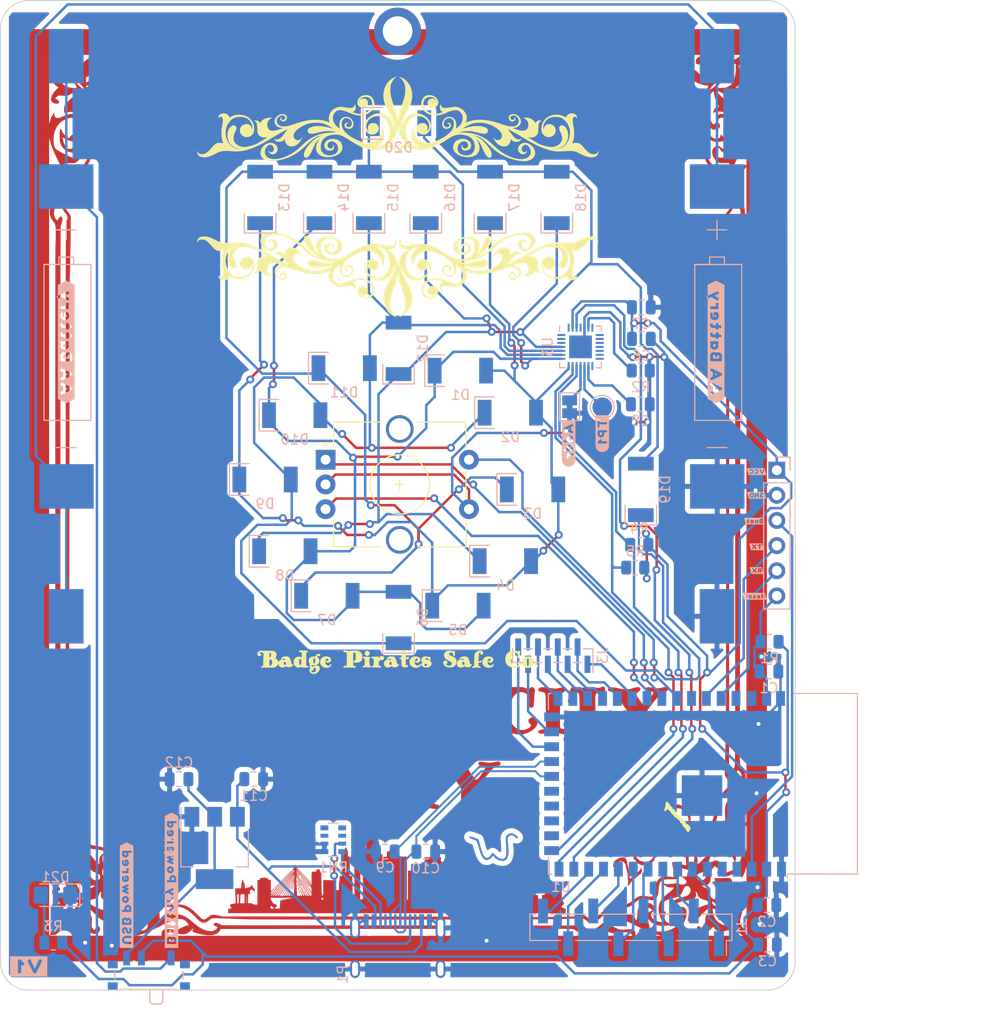
<source format=kicad_pcb>
(kicad_pcb (version 20210623) (generator pcbnew)
  (layers (0 "F.Cu" signal) (31 "B.Cu" signal) (34 "B.Paste" user) (35 "F.Paste" user) (36 "B.SilkS" user "B.Silkscreen") (37 "F.SilkS" user "F.Silkscreen") (38 "B.Mask" user) (39 "F.Mask" user) (44 "Edge.Cuts" user))
  (net 0 "")
  (net 1 "GND")
  (net 3 "VCC")
  (net 4 "Net-(C8-Pad1)")
  (net 5 "/ESP32-S2/D+")
  (net 6 "/ESP32-S2/D-")
  (net 7 "VBUS")
  (net 8 "Net-(C12-Pad1)")
  (net 9 "/Peripherals/CA1")
  (net 10 "/Peripherals/CA2")
  (net 11 "/Peripherals/CA3")
  (net 12 "/Peripherals/CA4")
  (net 13 "/Peripherals/CA5")
  (net 14 "Net-(D21-Pad2)")
  (net 15 "Net-(J1-Pad8)")
  (net 16 "Net-(J1-Pad6)")
  (net 17 "Net-(J1-Pad4)")
  (net 18 "Net-(J1-Pad2)")
  (net 19 "Net-(J1-Pad7)")
  (net 20 "Net-(J1-Pad5)")
  (net 21 "Net-(J1-Pad3)")
  (net 22 "Net-(J1-Pad1)")
  (net 23 "RX")
  (net 24 "TX")
  (net 25 "Boot")
  (net 26 "Net-(J3-Pad8)")
  (net 27 "Net-(J3-Pad7)")
  (net 28 "Net-(J3-Pad6)")
  (net 29 "Net-(J3-Pad5)")
  (net 30 "Net-(J3-Pad4)")
  (net 31 "Net-(J3-Pad3)")
  (net 32 "Net-(J3-Pad2)")
  (net 33 "Net-(J3-Pad1)")
  (net 34 "Net-(JP1-Pad2)")
  (net 39 "Net-(R2-Pad1)")
  (net 44 "/ESP32-S2/RoteryA")
  (net 45 "/ESP32-S2/RoteryB")
  (net 46 "/ESP32-S2/RoteryButton")
  (net 47 "Net-(BT1-Pad1)")
  (net 48 "Net-(TP1-Pad1)")
  (net 49 "/ESP32-S2/SDB")
  (net 50 "/ESP32-S2/SDA")
  (net 51 "/ESP32-S2/SCL")
  (net 59 "Net-(P1-PadA5)")
  (net 74 "Net-(BT1-Pad2)")
  (net 75 "Net-(P1-PadB5)")
  (net 76 "Reset")
  (footprint "Rotary_Encoder:RotaryEncoder_Alps_EC12E-Switch_Vertical_H20mm_CircularMountingHoles" (layer "F.Cu") (at 117.620026 98)
    (fp_text reference "SW1" hide)
    (fp_text value "Rotary_Encoder_Switch")
  )
  (footprint "LOGO" (layer "F.Cu") (at 115.9593 102.463105)
    (fp_text reference "G***" hide)
    (fp_text value "LOGO" hide)
  )
  (footprint "BadgePirates:3.5mm_lapel_pin" (layer "F.Cu") (at 124.9 54.7)
    (fp_text reference "REF**" hide)
    (fp_text value "3.5mm_lapel_pin")
  )
  (footprint "Bsides-KC-2021-Safe-Badge-SVG2Shenzen v2_00:F.Cu_g6054" (layer "F.Cu") (at 124.923384 101.6)
    (fp_text reference "G***" hide)
    (fp_text value "LOGO" hide)
  )
  (footprint "LOGO" (layer "F.Cu") (at 115.9593 102.463105)
    (fp_text reference "G***" hide)
    (fp_text value "LOGO" hide)
  )
  (footprint "LOGO" (layer "F.Cu") (at 115.9593 102.463105)
    (fp_text reference "G***" hide)
    (fp_text value "LOGO" hide)
  )
  (footprint "Resistor_SMD:R_0805_2012Metric" (layer "B.Cu") (at 148.9375 108.9 180)
    (fp_text reference "R5")
    (fp_text value "10k")
  )
  (footprint "Capacitor_SMD:C_0805_2012Metric" (layer "B.Cu") (at 162.25 143)
    (fp_text reference "C2")
    (fp_text value "100nF")
  )
  (footprint "BadgePirates:XZMDK45WT-ReverseMountLED" (layer "B.Cu") (at 127.75 71.5 -90)
    (fp_text reference "D16")
    (fp_text value "LED")
  )
  (footprint "RF_Module:ESP32-S2-WROVER" (layer "B.Cu") (at 151.95 130.75 90)
    (fp_text reference "U1")
    (fp_text value "ESP32-S2-WROVER")
  )
  (footprint "BadgePirates:XZMDK45WT-ReverseMountLED" (layer "B.Cu") (at 125 86.75 -90)
    (fp_text reference "D12")
    (fp_text value "LED")
  )
  (footprint "BadgePirates:XZMDK45WT-ReverseMountLED" (layer "B.Cu") (at 138.55 101 180)
    (fp_text reference "D3")
    (fp_text value "LED")
  )
  (footprint "TestPoint:TestPoint_Pad_D2.0mm" (layer "B.Cu") (at 145.6 92.7 180)
    (fp_text reference "TP1" hide)
    (fp_text value "AIN")
  )
  (footprint "buzzardLabel" (layer "B.Cu") (at 161 111.8 180)
    (fp_text reference "")
    (fp_text value "")
  )
  (footprint "Package_DFN_QFN:QFN-28-1EP_4x4mm_P0.4mm_EP2.3x2.3mm" (layer "B.Cu") (at 143.4 86.6 -90)
    (fp_text reference "U3")
    (fp_text value "IS31FL3731-QF")
  )
  (footprint "buzzardLabel" (layer "B.Cu") (at 161.2 106.8 180)
    (fp_text reference "")
    (fp_text value "")
  )
  (footprint "Connector_PinHeader_2.54mm:PinHeader_1x08_P2.54mm_Vertical_SMD_Pin1Left" (layer "B.Cu") (at 148.5 145.25 90)
    (fp_text reference "J1")
    (fp_text value "Conn_01x08")
  )
  (footprint "BadgePirates:XZMDK45WT-ReverseMountLED" (layer "B.Cu") (at 135.8 108.25 180)
    (fp_text reference "D4")
    (fp_text value "LED")
  )
  (footprint "Resistor_SMD:R_0805_2012Metric" (layer "B.Cu") (at 90.0875 146.8 180)
    (fp_text reference "R3")
    (fp_text value "R")
  )
  (footprint "BadgePirates:XZMDK45WT-ReverseMountLED" (layer "B.Cu") (at 111.5 100 180)
    (fp_text reference "D9")
    (fp_text value "LED")
  )
  (footprint "Resistor_SMD:R_0805_2012Metric" (layer "B.Cu") (at 149.4875 89)
    (fp_text reference "R2")
    (fp_text value "20k")
  )
  (footprint "Connector_PinHeader_1.00mm:PinHeader_1x08_P1.00mm_Vertical_SMD_Pin1Left" (layer "B.Cu") (at 140.6 117.8 90)
    (fp_text reference "J3")
    (fp_text value "Conn_01x08")
  )
  (footprint "BadgePirates:XZMDK45WT-ReverseMountLED" (layer "B.Cu") (at 131.25 89 180)
    (fp_text reference "D1")
    (fp_text value "LED")
  )
  (footprint "Resistor_SMD:R_0805_2012Metric" (layer "B.Cu") (at 162.5125 116.4)
    (fp_text reference "R1")
    (fp_text value "1k")
  )
  (footprint "Capacitor_SMD:C_0805_2012Metric" (layer "B.Cu") (at 162.3 147)
    (fp_text reference "C3")
    (fp_text value "22uF")
  )
  (footprint "Capacitor_SMD:C_0805_2012Metric" (layer "B.Cu") (at 149.45 92.4)
    (fp_text reference "C8")
    (fp_text value "0.1uF")
  )
  (footprint "BadgePirates:XZMDK45WT-ReverseMountLED" (layer "B.Cu") (at 111 71.5 -90)
    (fp_text reference "D13")
    (fp_text value "LED")
  )
  (footprint "BadgePirates:SW_SPDT_PCM12" (layer "B.Cu") (at 99.75 149.775 180)
    (fp_text reference "SW2" hide)
    (fp_text value "SW_SPDT")
  )
  (footprint "Capacitor_SMD:C_0805_2012Metric" (layer "B.Cu") (at 162.45 119.4)
    (fp_text reference "C1")
    (fp_text value "100nF")
  )
  (footprint "buzzardLabel" (layer "B.Cu") (at 161.2 99.2 180)
    (fp_text reference "")
    (fp_text value "")
  )
  (footprint "BadgePirates:XZMDK45WT-ReverseMountLED" (layer "B.Cu") (at 125 64 180)
    (fp_text reference "D20")
    (fp_text value "LED")
  )
  (footprint "Resistor_SMD:R_Array_Convex_4x0603" (layer "B.Cu") (at 118.4 136.4)
    (fp_text reference "RN1")
    (fp_text value "5.1k")
  )
  (footprint "buzzardLabel" (layer "B.Cu") (at 145.6 95.2 -90)
    (fp_text reference "")
    (fp_text value "")
  )
  (footprint "Connector_PinHeader_2.54mm:PinHeader_1x06_P2.54mm_Vertical" (layer "B.Cu") (at 163.25 99.06 180)
    (fp_text reference "J2" hide)
    (fp_text value "Program")
  )
  (footprint "BadgePirates:USB_C_Receptical-Jing" (layer "B.Cu") (at 124.9235 145.3125 180)
    (fp_text reference "P1")
    (fp_text value "USB_C_Plug_corrected")
  )
  (footprint "buzzardLabel" (layer "B.Cu") (at 161 104.2 180)
    (fp_text reference "")
    (fp_text value "")
  )
  (footprint "buzzardLabel" (layer "B.Cu") (at 142.2 96.2 -90)
    (fp_text reference "")
    (fp_text value "")
  )
  (footprint "Package_TO_SOT_SMD:SOT-223-3_TabPin2" (layer "B.Cu") (at 106.4 137.23 -90)
    (fp_text reference "U4")
    (fp_text value "TLV1117-33")
  )
  (footprint "BadgePirates:XZMDK45WT-ReverseMountLED" (layer "B.Cu") (at 136.3 93.25 180)
    (fp_text reference "D2")
    (fp_text value "LED")
  )
  (footprint "BadgePirates:XZMDK45WT-ReverseMountLED" (layer "B.Cu") (at 119.5 88.75 180)
    (fp_text reference "D11")
    (fp_text value "LED")
  )
  (footprint "BadgePirates:XZMDK45WT-ReverseMountLED" (layer "B.Cu") (at 114.5 93.5 180)
    (fp_text reference "D10")
    (fp_text value "LED")
  )
  (footprint "Capacitor_SMD:C_0805_2012Metric" (layer "B.Cu") (at 110.35 130.28)
    (fp_text reference "C11")
    (fp_text value "1uF")
  )
  (footprint "BadgePirates:AA Single" (layer "B.Cu") (at 90.35 86.425 -90)
    (fp_text reference "BT1" hide)
    (fp_text value "Battery_Cell")
  )
  (footprint "Capacitor_SMD:C_0805_2012Metric" (layer "B.Cu") (at 149.55 82.6)
    (fp_text reference "C7")
    (fp_text value "0.1uF")
  )
  (footprint "NFCBusiness:W" (layer "B.Cu") (at 134.6 138.2 180)
    (fp_text reference "Ref**" hide)
    (fp_text value "Val**" hide)
  )
  (footprint "buzzardLabel" (layer "B.Cu") (at 97.5 142.17 90)
    (fp_text reference "")
    (fp_text value "")
  )
  (footprint "Capacitor_SMD:C_0805_2012Metric" (layer "B.Cu") (at 123.65 137.6 180)
    (fp_text reference "C9")
    (fp_text value "20pF")
  )
  (footprint "Capacitor_SMD:C_0805_2012Metric" (layer "B.Cu") (at 149.55 85.8)
    (fp_text reference "C6")
    (fp_text value "1uF")
  )
  (footprint "Capacitor_SMD:C_0805_2012Metric" (layer "B.Cu") (at 127.75 137.6)
    (fp_text reference "C10")
    (fp_text value "20pF")
  )
  (footprint "BadgePirates:XZMDK45WT-ReverseMountLED" (layer "B.Cu") (at 113.5 107.25 180)
    (fp_text reference "D8")
    (fp_text value "LED")
  )
  (footprint "buzzardLabel" (layer "B.Cu") (at 161.2 109.2 180)
    (fp_text reference "")
    (fp_text value "")
  )
  (footprint "BadgePirates:AA Single" (layer "B.Cu") (at 156.15 86.425 -90)
    (fp_text reference "BT2" hide)
    (fp_text value "Battery_Cell")
  )
  (footprint "BadgePirates:XZMDK45WT-ReverseMountLED" (layer "B.Cu") (at 117 71.5 -90)
    (fp_text reference "D14")
    (fp_text value "LED")
  )
  (footprint "BadgePirates:XZMDK45WT-ReverseMountLED" (layer "B.Cu") (at 122 71.5 -90)
    (fp_text reference "D15")
    (fp_text value "LED")
  )
  (footprint "buzzardLabel" (layer "B.Cu") (at 102.04 140.67 90)
    (fp_text reference "")
    (fp_text value "")
  )
  (footprint "Capacitor_SMD:C_0805_2012Metric" (layer "B.Cu") (at 102.8 130.28 180)
    (fp_text reference "C12")
    (fp_text value "1uF")
  )
  (footprint "BadgePirates:XZMDK45WT-ReverseMountLED" (layer "B.Cu") (at 134.25 71.5 -90)
    (fp_text reference "D17")
    (fp_text value "LED")
  )
  (footprint "buzzardLabel" (layer "B.Cu") (at 161.2 101.6 180)
    (fp_text reference "")
    (fp_text value "")
  )
  (footprint "buzzardLabel" (layer "B.Cu") (at 157.1 86.1 90)
    (fp_text reference "")
    (fp_text value "")
  )
  (footprint "buzzardLabel" (layer "B.Cu") (at 87.6 149.2 180)
    (fp_text reference "")
    (fp_text value "")
  )
  (footprint "LED_SMD:LED_1206_3216Metric_Pad1.42x1.75mm_HandSolder" (layer "B.Cu") (at 90.3125 142 180)
    (fp_text reference "D21")
    (fp_text value "POWER")
  )
  (footprint "Jumper:SolderJumper-2_P1.3mm_Bridged_Pad1.0x1.5mm" (layer "B.Cu") (at 142.3 92.65 90)
    (fp_text reference "JP1" hide)
    (fp_text value "ADDR" hide)
  )
  (footprint "BadgePirates:XZMDK45WT-ReverseMountLED" (layer "B.Cu") (at 141 71.5 -90)
    (fp_text reference "D18")
    (fp_text value "LED")
  )
  (footprint "BadgePirates:XZMDK45WT-ReverseMountLED" (layer "B.Cu") (at 117.75 111.75 180)
    (fp_text reference "D7")
    (fp_text value "LED")
  )
  (footprint "BadgePirates:XZMDK45WT-ReverseMountLED" (layer "B.Cu") (at 149.5 101 -90)
    (fp_text reference "D19")
    (fp_text value "LED")
  )
  (footprint "Resistor_SMD:R_0805_2012Metric" (layer "B.Cu") (at 149.3375 106.6 180)
    (fp_text reference "R4")
    (fp_text value "10k")
  )
  (footprint "buzzardLabel" (layer "B.Cu") (at 91.4 86.1 90)
    (fp_text reference "")
    (fp_text value "")
  )
  (footprint "BadgePirates:XZMDK45WT-ReverseMountLED" (layer "B.Cu") (at 125 113.95 -90)
    (fp_text reference "D6")
    (fp_text value "LED")
  )
  (footprint "BadgePirates:XZMDK45WT-ReverseMountLED" (layer "B.Cu") (at 131 112.75 180)
    (fp_text reference "D5")
    (fp_text value "LED")
  )
  (gr_line (start 162.5328 151.585305) (end 162.2395 151.600005) (layer "Edge.Cuts") (width 0.1))
  (gr_line (start 87.3143 151.585305) (end 87.0297 151.542105) (layer "Edge.Cuts") (width 0.1))
  (gr_line (start 162.8174 151.542105) (end 162.5328 151.585305) (layer "Edge.Cuts") (width 0.1))
  (gr_line (start 85.0913 53.09485) (end 85.2343 52.85902) (layer "Edge.Cuts") (width 0.1))
  (gr_line (start 164.7557 53.09485) (end 164.8759 53.345) (layer "Edge.Cuts") (width 0.1))
  (gr_line (start 164.9718 149.592005) (end 164.8759 149.855005) (layer "Edge.Cuts") (width 0.1))
  (gr_line (start 164.6128 150.341005) (end 164.4484 150.561105) (layer "Edge.Cuts") (width 0.1))
  (gr_line (start 163.092 151.471805) (end 162.8174 151.542105) (layer "Edge.Cuts") (width 0.1))
  (gr_line (start 84.805 149.317405) (end 84.7618 149.032805) (layer "Edge.Cuts") (width 0.1))
  (gr_line (start 84.7618 149.032805) (end 84.7471 148.739505) (layer "Edge.Cuts") (width 0.1))
  (gr_line (start 86.7551 151.471805) (end 86.492 151.375905) (layer "Edge.Cuts") (width 0.1))
  (gr_line (start 86.2419 51.944267) (end 86.492 51.824111) (layer "Edge.Cuts") (width 0.1))
  (gr_line (start 85.786 52.251622) (end 86.0061 52.087243) (layer "Edge.Cuts") (width 0.1))
  (gr_line (start 85.583 150.764005) (end 85.3987 150.561105) (layer "Edge.Cuts") (width 0.1))
  (gr_line (start 164.8759 53.345) (end 164.9718 53.608045) (layer "Edge.Cuts") (width 0.1))
  (gr_line (start 86.492 51.824111) (end 86.7551 51.728191) (layer "Edge.Cuts") (width 0.1))
  (gr_line (start 164.9718 53.608045) (end 165.0421 53.882595) (layer "Edge.Cuts") (width 0.1))
  (gr_line (start 163.6052 151.255705) (end 163.355 151.375905) (layer "Edge.Cuts") (width 0.1))
  (gr_line (start 163.355 151.375905) (end 163.092 151.471805) (layer "Edge.Cuts") (width 0.1))
  (gr_line (start 84.7471 54.460495) (end 84.7618 54.167215) (layer "Edge.Cuts") (width 0.1))
  (gr_line (start 165.0421 53.882595) (end 165.0853 54.167215) (layer "Edge.Cuts") (width 0.1))
  (gr_line (start 86.492 151.375905) (end 86.2419 151.255705) (layer "Edge.Cuts") (width 0.1))
  (gr_line (start 164.0611 52.251622) (end 164.264 52.435988) (layer "Edge.Cuts") (width 0.1))
  (gr_line (start 162.8174 51.657923) (end 163.092 51.728191) (layer "Edge.Cuts") (width 0.1))
  (gr_line (start 84.9712 149.855005) (end 84.8752 149.592005) (layer "Edge.Cuts") (width 0.1))
  (gr_line (start 84.7618 54.167215) (end 84.805 53.882595) (layer "Edge.Cuts") (width 0.1))
  (gr_line (start 165.0853 149.032805) (end 165.0421 149.317405) (layer "Edge.Cuts") (width 0.1))
  (gr_line (start 165.0853 54.167215) (end 165.1 54.460495) (layer "Edge.Cuts") (width 0.1))
  (gr_line (start 84.8752 149.592005) (end 84.805 149.317405) (layer "Edge.Cuts") (width 0.1))
  (gr_line (start 165.1 54.460495) (end 165.1 148.739505) (layer "Edge.Cuts") (width 0.1))
  (gr_line (start 85.786 150.948405) (end 85.583 150.764005) (layer "Edge.Cuts") (width 0.1))
  (gr_line (start 85.2343 52.85902) (end 85.3987 52.63892) (layer "Edge.Cuts") (width 0.1))
  (gr_line (start 164.7557 150.105205) (end 164.6128 150.341005) (layer "Edge.Cuts") (width 0.1))
  (gr_line locked (start 162.2395 151.600005) (end 87.6075 151.600005) (layer "Edge.Cuts") (width 0.1))
  (gr_line (start 163.841 151.112805) (end 163.6052 151.255705) (layer "Edge.Cuts") (width 0.1))
  (gr_line (start 163.092 51.728191) (end 163.355 51.824111) (layer "Edge.Cuts") (width 0.1))
  (gr_line (start 84.7471 148.739505) (end 84.7471 54.460495) (layer "Edge.Cuts") (width 0.1))
  (gr_line (start 164.264 150.764005) (end 164.0611 150.948405) (layer "Edge.Cuts") (width 0.1))
  (gr_line (start 162.2395 51.60001) (end 162.5328 51.614724) (layer "Edge.Cuts") (width 0.1))
  (gr_line (start 86.7551 51.728191) (end 87.0297 51.657923) (layer "Edge.Cuts") (width 0.1))
  (gr_line (start 85.3987 52.63892) (end 85.583 52.435988) (layer "Edge.Cuts") (width 0.1))
  (gr_line (start 164.4484 150.561105) (end 164.264 150.764005) (layer "Edge.Cuts") (width 0.1))
  (gr_line (start 164.4484 52.63892) (end 164.6128 52.85902) (layer "Edge.Cuts") (width 0.1))
  (gr_line (start 164.0611 150.948405) (end 163.841 151.112805) (layer "Edge.Cuts") (width 0.1))
  (gr_line (start 85.3987 150.561105) (end 85.2343 150.341005) (layer "Edge.Cuts") (width 0.1))
  (gr_line (start 84.805 53.882595) (end 84.8752 53.608045) (layer "Edge.Cuts") (width 0.1))
  (gr_line (start 165.0421 149.317405) (end 164.9718 149.592005) (layer "Edge.Cuts") (width 0.1))
  (gr_line (start 85.0913 150.105205) (end 84.9712 149.855005) (layer "Edge.Cuts") (width 0.1))
  (gr_line (start 165.1 148.739505) (end 165.0853 149.032805) (layer "Edge.Cuts") (width 0.1))
  (gr_line (start 163.355 51.824111) (end 163.6052 51.944267) (layer "Edge.Cuts") (width 0.1))
  (gr_line (start 86.0061 151.112805) (end 85.786 150.948405) (layer "Edge.Cuts") (width 0.1))
  (gr_line (start 85.583 52.435988) (end 85.786 52.251622) (layer "Edge.Cuts") (width 0.1))
  (gr_line (start 164.6128 52.85902) (end 164.7557 53.09485) (layer "Edge.Cuts") (width 0.1))
  (gr_line (start 86.2419 151.255705) (end 86.0061 151.112805) (layer "Edge.Cuts") (width 0.1))
  (gr_line (start 162.5328 51.614724) (end 162.8174 51.657923) (layer "Edge.Cuts") (width 0.1))
  (gr_line (start 164.8759 149.855005) (end 164.7557 150.105205) (layer "Edge.Cuts") (width 0.1))
  (gr_line (start 86.0061 52.087243) (end 86.2419 51.944267) (layer "Edge.Cuts") (width 0.1))
  (gr_line (start 163.6052 51.944267) (end 163.841 52.087243) (layer "Edge.Cuts") (width 0.1))
  (gr_line (start 84.8752 53.608045) (end 84.9712 53.345) (layer "Edge.Cuts") (width 0.1))
  (gr_line (start 85.2343 150.341005) (end 85.0913 150.105205) (layer "Edge.Cuts") (width 0.1))
  (gr_line (start 164.264 52.435988) (end 164.4484 52.63892) (layer "Edge.Cuts") (width 0.1))
  (gr_line (start 87.0297 51.657923) (end 87.3143 51.614724) (layer "Edge.Cuts") (width 0.1))
  (gr_line (start 87.0297 151.542105) (end 86.7551 151.471805) (layer "Edge.Cuts") (width 0.1))
  (gr_line (start 87.6075 51.60001) (end 162.2395 51.60001) (layer "Edge.Cuts") (width 0.1))
  (gr_line (start 87.3143 51.614724) (end 87.6075 51.60001) (layer "Edge.Cuts") (width 0.1))
  (gr_line (start 84.9712 53.345) (end 85.0913 53.09485) (layer "Edge.Cuts") (width 0.1))
  (gr_line (start 87.6075 151.600005) (end 87.3143 151.585305) (layer "Edge.Cuts") (width 0.1))
  (gr_line (start 163.841 52.087243) (end 164.0611 52.251622) (layer "Edge.Cuts") (width 0.1))
  (segment (start 120.6035 147.1965) (end 120.6035 149.4625) (width 0.25) (layer "F.Cu") (net 1))
  (segment (start 130.599017 99.5) (end 132.120026 101.021009) (width 0.25) (layer "F.Cu") (net 1))
  (segment (start 161.2 131.7) (end 161.2 141.1) (width 0.25) (layer "F.Cu") (net 1))
  (segment (start 151.827612 87.6) (end 150.4 87.6) (width 0.25) (layer "F.Cu") (net 1))
  (segment (start 117.620026 100.5) (end 118.620026 99.5) (width 0.25) (layer "F.Cu") (net 1))
  (segment (start 129.2435 147.5565) (end 129.2435 149.4625) (width 0.25) (layer "F.Cu") (net 1))
  (segment (start 120.507 147.1) (end 120.6035 147.1965) (width 0.25) (layer "F.Cu") (net 1))
  (segment (start 139.7 95.3) (end 141.749989 95.3) (width 0.25) (layer "F.Cu") (net 1))
  (segment (start 132.120026 101.021009) (end 132.120026 103) (width 0.25) (layer "F.Cu") (net 1))
  (segment (start 148.725 87.6) (end 150.4 87.6) (width 0.25) (layer "F.Cu") (net 1))
  (segment (start 129.487 147.8) (end 129.2435 147.5565) (width 0.25) (layer "F.Cu") (net 1))
  (segment (start 161.5 144.9) (end 161.5 147.8) (width 0.25) (layer "F.Cu") (net 1))
  (segment (start 161.7 101.7) (end 161.1 101.1) (width 0.25) (layer "F.Cu") (net 1))
  (segment (start 161.4 124.7) (end 161.4 131.5) (width 0.25) (layer "F.Cu") (net 1))
  (segment (start 134.6 147.8) (end 134.6 147.3) (width 0.25) (layer "F.Cu") (net 1))
  (segment (start 134.6 147.8) (end 129.487 147.8) (width 0.25) (layer "F.Cu") (net 1))
  (segment (start 120.6035 145.3125) (end 120.6035 147.1965) (width 0.25) (layer "F.Cu") (net 1))
  (segment (start 150.175 94.2) (end 148.8 94.2) (width 0.25) (layer "F.Cu") (net 1))
  (segment (start 161.5 147.8) (end 134.6 147.8) (width 0.25) (layer "F.Cu") (net 1))
  (segment (start 148.685202 87.639798) (end 148.725 87.6) (width 0.25) (layer "F.Cu") (net 1))
  (segment (start 134.6 147.3) (end 133.9 146.6) (width 0.25) (layer "F.Cu") (net 1))
  (segment (start 161.2 141.1) (end 161.3 141.2) (width 0.25) (layer "F.Cu") (net 1))
  (segment (start 161.7 117.9) (end 161.7 101.7) (width 0.25) (layer "F.Cu") (net 1))
  (segment (start 118.620026 99.5) (end 130.599017 99.5) (width 0.25) (layer "F.Cu") (net 1))
  (segment (start 96 147.1) (end 93.6 147.1) (width 0.25) (layer "F.Cu") (net 1))
  (segment (start 151.86252 87.634908) (end 151.827612 87.6) (width 0.25) (layer "F.Cu") (net 1))
  (segment (start 96 147.1) (end 120.507 147.1) (width 0.25) (layer "F.Cu") (net 1))
  (segment (start 93.6 147.1) (end 93.3 146.8) (width 0.25) (layer "F.Cu") (net 1))
  (segment (start 161.4 131.5) (end 161.2 131.7) (width 0.25) (layer "F.Cu") (net 1))
  (segment (start 161.3 141.2) (end 161.3 144.7) (width 0.25) (layer "F.Cu") (net 1))
  (segment (start 141.749989 95.3) (end 141.949989 95.1) (width 0.25) (layer "F.Cu") (net 1))
  (segment (start 161.3 144.7) (end 161.5 144.9) (width 0.25) (layer "F.Cu") (net 1))
  (segment (start 129.2435 145.3125) (end 129.2435 147.5565) (width 0.25) (layer "F.Cu") (net 1))
  (via (at 161.1 101.1) (size 0.8) (drill 0.4) (layers "F.Cu" "B.Cu") (net 1))
  (via (at 148.685202 87.639798) (size 0.8) (drill 0.4) (layers "F.Cu" "B.Cu") (net 1))
  (via (at 151.86252 87.634908) (size 0.8) (drill 0.4) (layers "F.Cu" "B.Cu") (net 1))
  (via (at 141.949989 95.1) (size 0.8) (drill 0.4) (layers "F.Cu" "B.Cu") (net 1))
  (via (at 96 147.1) (size 0.8) (drill 0.4) (layers "F.Cu" "B.Cu") (net 1))
  (via (at 93.3 146.8) (size 0.8) (drill 0.4) (layers "F.Cu" "B.Cu") (net 1))
  (via (at 161.7 117.9) (size 0.8) (drill 0.4) (layers "F.Cu" "B.Cu") (net 1))
  (via (at 148.8 94.2) (size 0.8) (drill 0.4) (layers "F.Cu" "B.Cu") (net 1))
  (via (at 139.7 95.3) (size 0.8) (drill 0.4) (layers "F.Cu" "B.Cu") (net 1))
  (via (at 161.5 144.9) (size 0.8) (drill 0.4) (layers "F.Cu" "B.Cu") (net 1))
  (via (at 133.9 146.6) (size 0.8) (drill 0.4) (layers "F.Cu" "B.Cu") (net 1))
  (via (at 150.4 87.6) (size 0.8) (drill 0.4) (layers "F.Cu" "B.Cu") (net 1))
  (via (at 161.4 124.7) (size 0.8) (drill 0.4) (layers "F.Cu" "B.Cu") (net 1))
  (via (at 161.2 131.7) (size 0.8) (drill 0.4) (layers "F.Cu" "B.Cu") (net 1))
  (via (at 161.3 141.2) (size 0.8) (drill 0.4) (layers "F.Cu" "B.Cu") (net 1))
  (via (at 150.175 94.2) (size 0.8) (drill 0.4) (layers "F.Cu" "B.Cu") (net 1))
  (segment (start 162.6 144.9) (end 163.25 145.55) (width 0.25) (layer "B.Cu") (net 1))
  (segment (start 121.5985 144.6125) (end 121.3035 144.6125) (width 0.25) (layer "B.Cu") (net 1))
  (segment (start 151.86252 87.634908) (end 151.86252 87.16252) (width 0.25) (layer "B.Cu") (net 1))
  (segment (start 161.1 101.1) (end 160.7 100.7) (width 0.25) (layer "B.Cu") (net 1))
  (segment (start 147.42496 86.658166) (end 147.42496 84.12496) (width 0.25) (layer "B.Cu") (net 1))
  (segment (start 129.2435 145.3125) (end 132.6125 145.3125) (width 0.25) (layer "B.Cu") (net 1))
  (segment (start 130.424989 101.304963) (end 130.424989 97.80802) (width 0.25) (layer "B.Cu") (net 1))
  (segment (start 151.86252 87.634908) (end 151.934908 87.634908) (width 0.25) (layer "B.Cu") (net 1))
  (segment (start 150.175 94.2) (end 150.4 93.975) (width 0.25) (layer "B.Cu") (net 1))
  (segment (start 155.685 131.94) (end 160.96 131.94) (width 0.25) (layer "B.Cu") (net 1))
  (segment (start 142.849989 94.2) (end 143.4 94.2) (width 0.25) (layer "B.Cu") (net 1))
  (segment (start 163.25 101.66) (end 161.66 101.66) (width 0.25) (layer "B.Cu") (net 1))
  (segment (start 163.625 122.125) (end 163.625 122.475) (width 0.25) (layer "B.Cu") (net 1))
  (segment (start 127.9985 144.6125) (end 128.2485 144.6125) (width 0.25) (layer "B.Cu") (net 1))
  (segment (start 161.66 101.66) (end 161.1 101.1) (width 0.25) (layer "B.Cu") (net 1))
  (segment (start 93.3 146.8) (end 91.8 145.3) (width 0.25) (layer "B.Cu") (net 1))
  (segment (start 163.1 118) (end 163 117.9) (width 0.25) (layer "B.Cu") (net 1))
  (segment (start 157.225 113.8) (end 157.2 113.825) (width 0.25) (layer "B.Cu") (net 1))
  (segment (start 132.120026 103) (end 130.424989 101.304963) (width 0.25) (layer "B.Cu") (net 1))
  (segment (start 160.7 100.7) (end 157.225 100.7) (width 0.25) (layer "B.Cu") (net 1))
  (segment (start 163.625 122.125) (end 163.625 119.625) (width 0.25) (layer "B.Cu") (net 1))
  (segment (start 163 117.9) (end 161.7 117.9) (width 0.25) (layer "B.Cu") (net 1))
  (segment (start 104.1 139) (end 96 147.1) (width 0.25) (layer "B.Cu") (net 1))
  (segment (start 163.625 122.475) (end 161.4 124.7) (width 0.25) (layer "B.Cu") (net 1))
  (segment (start 104.1 134.08) (end 104.1 139) (width 0.25) (layer "B.Cu") (net 1))
  (segment (start 163.625 119.625) (end 163.4 119.4) (width 0.25) (layer "B.Cu") (net 1))
  (segment (start 150.4 93.975) (end 150.4 92.4) (width 0.25) (layer "B.Cu") (net 1))
  (segment (start 151.86252 87.16252) (end 150.5 85.8) (width 0.25) (layer "B.Cu") (net 1))
  (segment (start 161.5 144.9) (end 162.6 144.9) (width 0.25) (layer "B.Cu") (net 1))
  (segment (start 143.2 94.2) (end 143.4 94.2) (width 0.25) (layer "B.Cu") (net 1))
  (segment (start 143.4 86.6) (end 143.8 86.2) (width 0.25) (layer "B.Cu") (net 1))
  (segment (start 150.4 89) (end 150.4 92.4) (width 0.25) (layer "B.Cu") (net 1))
  (segment (start 151.934908 87.634908) (end 157.225 92.925) (width 0.25) (layer "B.Cu") (net 1))
  (segment (start 163.25 145.55) (end 163.25 147) (width 0.25) (layer "B.Cu") (net 1))
  (segment (start 143.8 86.2) (end 143.8 84.6625) (width 0.25) (layer "B.Cu") (net 1))
  (segment (start 128.2485 144.6125) (end 128.5435 144.6125) (width 0.25) (layer "B.Cu") (net 1))
  (segment (start 160.96 131.94) (end 161.2 131.7) (width 0.25) (layer "B.Cu") (net 1))
  (segment (start 133.9 146.6) (end 128.7 141.4) (width 0.25) (layer "B.Cu") (net 1))
  (segment (start 143.4 94.2) (end 148.8 94.2) (width 0.25) (layer "B.Cu") (net 1))
  (segment (start 121.3035 144.6125) (end 120.6035 145.3125) (width 0.25) (layer "B.Cu") (net 1))
  (segment (start 146.4 83.1) (end 144.3 83.1) (width 0.25) (layer "B.Cu") (net 1))
  (segment (start 148.406592 87.639798) (end 147.42496 86.658166) (width 0.25) (layer "B.Cu") (net 1))
  (segment (start 130.424989 97.80802) (end 132.933009 95.3) (width 0.25) (layer "B.Cu") (net 1))
  (segment (start 150.4 87.6) (end 150.4 89) (width 0.25) (layer "B.Cu") (net 1))
  (segment (start 147.42496 84.12496) (end 146.4 83.1) (width 0.25) (layer "B.Cu") (net 1))
  (segment (start 144.3 83.1) (end 143.8 83.6) (width 0.25) (layer "B.Cu") (net 1))
  (segment (start 121.8485 144.6125) (end 121.5985 144.6125) (width 0.25) (layer "B.Cu") (net 1))
  (segment (start 128.5435 144.6125) (end 129.2435 145.3125) (width 0.25) (layer "B.Cu") (net 1))
  (segment (start 132.933009 95.3) (end 139.7 95.3) (width 0.25) (layer "B.Cu") (net 1))
  (segment (start 143.8 83.6) (end 143.8 84.6625) (width 0.25) (layer "B.Cu") (net 1))
  (segment (start 91.8 145.3) (end 91.8 142) (width 0.25) (layer "B.Cu") (net 1))
  (segment (start 157.225 92.925) (end 157.225 100.7) (width 0.25) (layer "B.Cu") (net 1))
  (segment (start 148.685202 87.639798) (end 148.406592 87.639798) (width 0.25) (layer "B.Cu") (net 1))
  (segment (start 157.225 100.7) (end 157.225 113.8) (width 0.25) (layer "B.Cu") (net 1))
  (segment (start 142.3 93.3) (end 143.2 94.2) (width 0.25) (layer "B.Cu") (net 1))
  (segment (start 141.949989 95.1) (end 142.849989 94.2) (width 0.25) (layer "B.Cu") (net 1))
  (segment (start 128.7 141.4) (end 128.7 137.6) (width 0.25) (layer "B.Cu") (net 1))
  (segment (start 163.4 119.4) (end 163.4 118.3) (width 0.25) (layer "B.Cu") (net 1))
  (segment (start 163.4 118.3) (end 163.1 118) (width 0.25) (layer "B.Cu") (net 1))
  (segment (start 132.6125 145.3125) (end 133.9 146.6) (width 0.25) (layer "B.Cu") (net 1))
  (segment (start 164.125 131.525) (end 164.2 131.6) (width 0.25) (layer "F.Cu") (net 3))
  (segment (start 150.1 105.554596) (end 150.1 110) (width 0.25) (layer "F.Cu") (net 3))
  (segment (start 155.5 120.2) (end 156.2 119.5) (width 0.25) (layer "F.Cu") (net 3))
  (segment (start 148.825 84.2) (end 150.175 84.2) (width 0.25) (layer "F.Cu") (net 3))
  (segment (start 164.125 129.6) (end 164.125 131.525) (width 0.25) (layer "F.Cu") (net 3))
  (segment (start 155.5 125) (end 155.5 120.2) (width 0.25) (layer "F.Cu") (net 3))
  (segment (start 150.022702 105.477298) (end 150.1 105.554596) (width 0.25) (layer "F.Cu") (net 3))
  (segment (start 155.7 125.2) (end 155.5 125) (width 0.25) (layer "F.Cu") (net 3))
  (via (at 164.2 131.6) (size 0.8) (drill 0.4) (layers "F.Cu" "B.Cu") (net 3))
  (via (at 150.022702 105.477298) (size 0.8) (drill 0.4) (layers "F.Cu" "B.Cu") (net 3))
  (via (at 164.125 129.6) (size 0.8) (drill 0.4) (layers "F.Cu" "B.Cu") (net 3))
  (via (at 155.7 125.2) (size 0.8) (drill 0.4) (layers "F.Cu" "B.Cu") (net 3))
  (via (at 148.825 84.2) (size 0.8) (drill 0.4) (layers "F.Cu" "B.Cu") (net 3))
  (via (at 150.175 84.2) (size 0.8) (drill 0.4) (layers "F.Cu" "B.Cu") (net 3))
  (via (at 148.825 84.2) (size 0.8) (drill 0.4) (layers "F.Cu" "B.Cu") (net 3))
  (via (at 150.1 110) (size 0.8) (drill 0.4) (layers "F.Cu" "B.Cu") (net 3))
  (via (at 156.2 119.5) (size 0.8) (drill 0.4) (layers "F.Cu" "B.Cu") (net 3))
  (segment (start 148.6 82.6) (end 148 82) (width 0.25) (layer "B.Cu") (net 3))
  (segment (start 162.225 133.575) (end 162.225 139.375) (width 0.25) (layer "B.Cu") (net 3))
  (segment (start 150.1 109.15) (end 149.85 108.9) (width 0.25) (layer "B.Cu") (net 3))
  (segment (start 156.2 119.5) (end 156.52002 119.5) (width 0.25) (layer "B.Cu") (net 3))
  (segment (start 148.6 84.1) (end 148.6 85.8) (width 0.25) (layer "B.Cu") (net 3))
  (segment (start 160.150009 129.6) (end 164.125 129.6) (width 0.25) (layer "B.Cu") (net 3))
  (segment (start 150.25 105.704596) (end 150.022702 105.477298) (width 0.25) (layer "B.Cu") (net 3))
  (segment (start 142.80498 149.9) (end 158.45 149.9) (width 0.25) (layer "B.Cu") (net 3))
  (segment (start 104.2 150) (end 105.2 149) (width 0.25) (layer "B.Cu") (net 3))
  (segment (start 156.2 117.82002) (end 152.2 113.82002) (width 0.25) (layer "B.Cu") (net 3))
  (segment (start 159.49998 116.52004) (end 159.49998 105.995025) (width 0.25) (layer "B.Cu") (net 3))
  (segment (start 141.10498 148.2) (end 142.80498 149.9) (width 0.25) (layer "B.Cu") (net 3))
  (segment (start 150.25 106.6) (end 150.25 105.704596) (width 0.25) (layer "B.Cu") (net 3))
  (segment (start 97.8 151.1) (end 102.1 151.1) (width 0.25) (layer "B.Cu") (net 3))
  (segment (start 161.35 147) (end 160 145.65) (width 0.25) (layer "B.Cu") (net 3))
  (segment (start 148.6 82.6) (end 148.6 84.1) (width 0.25) (layer "B.Cu") (net 3))
  (segment (start 148.6 84.1) (end 148.725 84.1) (width 0.25) (layer "B.Cu") (net 3))
  (segment (start 142.6 82.9) (end 142.6 84.6625) (width 0.25) (layer "B.Cu") (net 3))
  (segment (start 148 82) (end 143.5 82) (width 0.25) (layer "B.Cu") (net 3))
  (segment (start 104.9 147.5) (end 104 146.6) (width 0.25) (layer "B.Cu") (net 3))
  (segment (start 160 144.3) (end 161.3 143) (width 0.25) (layer "B.Cu") (net 3))
  (segment (start 155.7 125.2) (end 155.750009 125.2) (width 0.25) (layer "B.Cu") (net 3))
  (segment (start 97.179989 150.479989) (end 97.8 151.1) (width 0.25) (layer "B.Cu") (net 3))
  (segment (start 155.750009 125.2) (end 160.150009 129.6) (width 0.25) (layer "B.Cu") (net 3))
  (segment (start 99 147.8) (end 99 148.345) (width 0.25) (layer "B.Cu") (net 3))
  (segment (start 104 146.6) (end 100.2 146.6) (width 0.25) (layer "B.Cu") (net 3))
  (segment (start 164.125 129.6) (end 164.350011 129.374989) (width 0.25) (layer "B.Cu") (net 3))
  (segment (start 148.725 84.1) (end 148.825 84.2) (width 0.25) (layer "B.Cu") (net 3))
  (segment (start 142.6 83.9) (end 142.6 84.6625) (width 0.25) (layer "B.Cu") (net 3))
  (segment (start 91 146.8) (end 94.679989 150.479989) (width 0.25) (layer "B.Cu") (net 3))
  (segment (start 164.350011 129.374989) (end 164.350011 117.325011) (width 0.25) (layer "B.Cu") (net 3))
  (segment (start 161.3 143) (end 162.225 142.075) (width 0.25) (layer "B.Cu") (net 3))
  (segment (start 164.350011 117.325011) (end 163.425 116.4) (width 0.25) (layer "B.Cu") (net 3))
  (segment (start 150.1 110) (end 150.1 109.15) (width 0.25) (layer "B.Cu") (net 3))
  (segment (start 150.175 84.2) (end 150.8 84.2) (width 0.25) (layer "B.Cu") (net 3))
  (segment (start 163.42 99.12) (end 163.25 99.12) (width 0.25) (layer "B.Cu") (net 3))
  (segment (start 156.52002 119.5) (end 159.49998 116.52004) (width 0.25) (layer "B.Cu") (net 3))
  (segment (start 143.5 82) (end 142.6 82.9) (width 0.25) (layer "B.Cu") (net 3))
  (segment (start 163.675017 102.9) (end 164.7 101.875017) (width 0.25) (layer "B.Cu") (net 3))
  (segment (start 163.25 97.75) (end 163.25 99.12) (width 0.25) (layer "B.Cu") (net 3))
  (segment (start 160 145.65) (end 160 144.3) (width 0.25) (layer "B.Cu") (net 3))
  (segment (start 151.5 86) (end 163.25 97.75) (width 0.25) (layer "B.Cu") (net 3))
  (segment (start 105.2 147.8) (end 104.9 147.5) (width 0.25) (layer "B.Cu") (net 3))
  (segment (start 164.2 131.6) (end 162.225 133.575) (width 0.25) (layer "B.Cu") (net 3))
  (segment (start 150.8 84.2) (end 151.5 84.9) (width 0.25) (layer "B.Cu") (net 3))
  (segment (start 102.1 151.1) (end 103.2 150) (width 0.25) (layer "B.Cu") (net 3))
  (segment (start 159.49998 105.995025) (end 162.595005 102.9) (width 0.25) (layer "B.Cu") (net 3))
  (segment (start 105.2 149) (end 105.2 147.8) (width 0.25) (layer "B.Cu") (net 3))
  (segment (start 164.7 100.4) (end 163.42 99.12) (width 0.25) (layer "B.Cu") (net 3))
  (segment (start 104.9 147.5) (end 105.6 148.2) (width 0.25) (layer "B.Cu") (net 3))
  (segment (start 103.2 150) (end 104.2 150) (width 0.25) (layer "B.Cu") (net 3))
  (segment (start 151.5 84.9) (end 151.5 86) (width 0.25) (layer "B.Cu") (net 3))
  (segment (start 162.225 142.075) (end 162.225 139.375) (width 0.25) (layer "B.Cu") (net 3))
  (segment (start 105.6 148.2) (end 141.10498 148.2) (width 0.25) (layer "B.Cu") (net 3))
  (segment (start 164.7 101.875017) (end 164.7 100.4) (width 0.25) (layer "B.Cu") (net 3))
  (segment (start 162.595005 102.9) (end 163.675017 102.9) (width 0.25) (layer "B.Cu") (net 3))
  (segment (start 100.2 146.6) (end 99 147.8) (width 0.25) (layer "B.Cu") (net 3))
  (segment (start 152.2 108.6) (end 150.2 106.6) (width 0.25) (layer "B.Cu") (net 3))
  (segment (start 94.679989 150.479989) (end 97.179989 150.479989) (width 0.25) (layer "B.Cu") (net 3))
  (segment (start 152.2 113.82002) (end 152.2 108.6) (width 0.25) (layer "B.Cu") (net 3))
  (segment (start 156.2 119.5) (end 156.2 117.82002) (width 0.25) (layer "B.Cu") (net 3))
  (segment (start 158.45 149.9) (end 161.35 147) (width 0.25) (layer "B.Cu") (net 3))
  (segment (start 146.6 90.5) (end 144.8 90.5) (width 0.25) (layer "B.Cu") (net 4))
  (segment (start 144.8 90.5) (end 144.2 89.9) (width 0.25) (layer "B.Cu") (net 4))
  (segment (start 144.2 89.9) (end 144.2 88.5375) (width 0.25) (layer "B.Cu") (net 4))
  (segment (start 148.5 92.4) (end 146.6 90.5) (width 0.25) (layer "B.Cu") (net 4))
  (segment (start 133.175 129.025) (end 124.6 137.6) (width 0.2) (layer "B.Cu") (net 5))
  (segment (start 124.1735 143.8735) (end 124.1735 144.6125) (width 0.2) (layer "B.Cu") (net 5))
  (segment (start 139.349999 128.5) (end 138.824999 129.025) (width 0.2) (layer "B.Cu") (net 5))
  (segment (start 125.1735 143.562499) (end 125.1985 143.537499) (width 0.2) (layer "B.Cu") (net 5))
  (segment (start 125.1985 142.8485) (end 125.1985 138.1985) (width 0.2) (layer "B.Cu") (net 5))
  (segment (start 125.1735 144.6125) (end 125.1735 143.562499) (width 0.2) (layer "B.Cu") (net 5))
  (segment (start 140.475 128.5) (end 139.349999 128.5) (width 0.2) (layer "B.Cu") (net 5))
  (segment (start 138.824999 129.025) (end 133.175 129.025) (width 0.2) (layer "B.Cu") (net 5))
  (segment (start 125.1985 142.8485) (end 124.1735 143.8735) (width 0.2) (layer "B.Cu") (net 5))
  (segment (start 125.1985 143.537499) (end 125.1985 142.8485) (width 0.2) (layer "B.Cu") (net 5))
  (segment (start 125.1985 138.1985) (end 124.6 137.6) (width 0.2) (layer "B.Cu") (net 5))
  (segment (start 125.6485 143.537499) (end 125.6485 138.494706) (width 0.2) (layer "B.Cu") (net 6))
  (segment (start 125.6485 138.494706) (end 126.543206 137.6) (width 0.2) (layer "B.Cu") (net 6))
  (segment (start 138.824999 129.475) (end 133.361397 129.475) (width 0.2) (layer "B.Cu") (net 6))
  (segment (start 125.6735 143.562499) (end 125.6485 143.537499) (width 0.2) (layer "B.Cu") (net 6))
  (segment (start 140.475 130) (end 139.349999 130) (width 0.2) (layer "B.Cu") (net 6))
  (segment (start 125.6735 145.5125) (end 125.436 145.75) (width 0.2) (layer "B.Cu") (net 6))
  (segment (start 126.8 136.036397) (end 126.8 137.6) (width 0.2) (layer "B.Cu") (net 6))
  (segment (start 124.95 145.75) (end 124.6735 145.4735) (width 0.2) (layer "B.Cu") (net 6))
  (segment (start 139.349999 130) (end 138.824999 129.475) (width 0.2) (layer "B.Cu") (net 6))
  (segment (start 124.6735 145.4735) (end 124.6735 144.6125) (width 0.2) (layer "B.Cu") (net 6))
  (segment (start 126.543206 137.6) (end 126.8 137.6) (width 0.2) (layer "B.Cu") (net 6))
  (segment (start 125.6735 144.6125) (end 125.6735 145.5125) (width 0.2) (layer "B.Cu") (net 6))
  (segment (start 125.436 145.75) (end 124.95 145.75) (width 0.2) (layer "B.Cu") (net 6))
  (segment (start 125.6735 144.6125) (end 125.6735 143.562499) (width 0.2) (layer "B.Cu") (net 6))
  (segment (start 133.361397 129.475) (end 126.8 136.036397) (width 0.2) (layer "B.Cu") (net 6))
  (segment (start 108.7 134.08) (end 108.7 136.34998) (width 0.25) (layer "B.Cu") (net 7))
  (segment (start 118.573017 139.1) (end 112.2 139.1) (width 0.25) (layer "B.Cu") (net 7))
  (segment (start 127.3 147) (end 127.3 144.761) (width 0.25) (layer "B.Cu") (net 7))
  (segment (start 120.1 147.74998) (end 126.55002 147.74998) (width 0.25) (layer "B.Cu") (net 7))
  (segment (start 122.6485 143.175483) (end 118.573017 139.1) (width 0.25) (layer "B.Cu") (net 7))
  (segment (start 112.2 139.1) (end 111.82501 139.47499) (width 0.25) (layer "B.Cu") (net 7))
  (segment (start 127.3 144.761) (end 127.4485 144.6125) (width 0.25) (layer "B.Cu") (net 7))
  (segment (start 108.7 130.98) (end 109.4 130.28) (width 0.25) (layer "B.Cu") (net 7))
  (segment (start 108.7 134.08) (end 108.7 130.98) (width 0.25) (layer "B.Cu") (net 7))
  (segment (start 108.7 136.34998) (end 111.82501 139.47499) (width 0.25) (layer "B.Cu") (net 7))
  (segment (start 122.6485 144.6125) (end 122.6485 143.175483) (width 0.25) (layer "B.Cu") (net 7))
  (segment (start 111.82501 139.47499) (end 120.1 147.74998) (width 0.25) (layer "B.Cu") (net 7))
  (segment (start 126.55002 147.74998) (end 127.3 147) (width 0.25) (layer "B.Cu") (net 7))
  (segment (start 105.065 140.38) (end 106.4 140.38) (width 0.25) (layer "B.Cu") (net 8))
  (segment (start 106.4 134.08) (end 103.75 131.43) (width 0.25) (layer "B.Cu") (net 8))
  (segment (start 106.4 140.38) (end 106.4 134.08) (width 0.25) (layer "B.Cu") (net 8))
  (segment (start 97.5 147.945) (end 105.065 140.38) (width 0.25) (layer "B.Cu") (net 8))
  (segment (start 103.75 131.43) (end 103.75 130.28) (width 0.25) (layer "B.Cu") (net 8))
  (segment (start 97.5 148.345) (end 97.5 147.75) (width 0.25) (layer "B.Cu") (net 8))
  (segment (start 97.5 148.345) (end 97.5 147.945) (width 0.25) (layer "B.Cu") (net 8))
  (segment (start 139.647702 107.202298) (end 139.647702 107.152298) (width 0.25) (layer "F.Cu") (net 9))
  (segment (start 122 105.6) (end 119.8 105.6) (width 0.25) (layer "F.Cu") (net 9))
  (segment (start 136.732849 86.532849) (end 136.4 86.2) (width 0.25) (layer "F.Cu") (net 9))
  (segment (start 113.532646 104.132646) (end 113.3 103.9) (width 0.25) (layer "F.Cu") (net 9))
  (segment (start 136.732849 88.475) (end 136.732849 86.532849) (width 0.25) (layer "F.Cu") (net 9))
  (segment (start 110 89.8) (end 111.4 88.4) (width 0.25) (layer "F.Cu") (net 9))
  (segment (start 139.647702 107.152298) (end 141.2 105.6) (width 0.25) (layer "F.Cu") (net 9))
  (segment (start 119.8 105.6) (end 118.885202 104.685202) (width 0.25) (layer "F.Cu") (net 9))
  (segment (start 110 89.9) (end 110 89.8) (width 0.25) (layer "F.Cu") (net 9))
  (segment (start 114.861641 104.132646) (end 113.532646 104.132646) (width 0.25) (layer "F.Cu") (net 9))
  (via (at 141.2 105.6) (size 0.8) (drill 0.4) (layers "F.Cu" "B.Cu") (net 9))
  (via (at 136.732849 88.475) (size 0.8) (drill 0.4) (layers "F.Cu" "B.Cu") (net 9))
  (via (at 113.3 103.9) (size 0.8) (drill 0.4) (layers "F.Cu" "B.Cu") (net 9))
  (via (at 136.4 86.2) (size 0.8) (drill 0.4) (layers "F.Cu" "B.Cu") (net 9))
  (via (at 110 89.9) (size 0.8) (drill 0.4) (layers "F.Cu" "B.Cu") (net 9))
  (via (at 111.4 88.4) (size 0.8) (drill 0.4) (layers "F.Cu" "B.Cu") (net 9))
  (via (at 114.861641 104.132646) (size 0.8) (drill 0.4) (layers "F.Cu" "B.Cu") (net 9))
  (via (at 118.885202 104.685202) (size 0.8) (drill 0.4) (layers "F.Cu" "B.Cu") (net 9))
  (via (at 122 105.6) (size 0.8) (drill 0.4) (layers "F.Cu" "B.Cu") (net 9))
  (via (at 139.647702 107.202298) (size 0.8) (drill 0.4) (layers "F.Cu" "B.Cu") (net 9))
  (segment (start 138.6 108.25) (end 138.4 108.25) (width 0.25) (layer "B.Cu") (net 9))
  (segment (start 138.9 92.1) (end 138.9 93.25) (width 0.25) (layer "B.Cu") (net 9))
  (segment (start 136.732849 90.032849) (end 137.05 90.35) (width 0.25) (layer "B.Cu") (net 9))
  (segment (start 115.414197 104.685202) (end 114.861641 104.132646) (width 0.25) (layer "B.Cu") (net 9))
  (segment (start 108.9 100) (end 108.9 91) (width 0.25) (layer "B.Cu") (net 9))
  (segment (start 138.9 92.2) (end 137.05 90.35) (width 0.25) (layer "B.Cu") (net 9))
  (segment (start 136.732849 88.475) (end 136.732849 90.032849) (width 0.25) (layer "B.Cu") (net 9))
  (segment (start 122 105.6) (end 122.6 105.6) (width 0.25) (layer "B.Cu") (net 9))
  (segment (start 128.4 106.4) (end 128.4 112.75) (width 0.25) (layer "B.Cu") (net 9))
  (segment (start 126.3 104.3) (end 128.4 106.4) (width 0.25) (layer "B.Cu") (net 9))
  (segment (start 140.474949 100.324949) (end 141.15 101) (width 0.25) (layer "B.Cu") (net 9))
  (segment (start 140.474949 94.824949) (end 140.474949 100.324949) (width 0.25) (layer "B.Cu") (net 9))
  (segment (start 128.4 112.3) (end 128.4 112.75) (width 0.25) (layer "B.Cu") (net 9))
  (segment (start 139.647702 107.202298) (end 138.6 108.25) (width 0.25) (layer "B.Cu") (net 9))
  (segment (start 136.19998 84.29998) (end 136.19998 85.99998) (width 0.25) (layer "B.Cu") (net 9))
  (segment (start 118.885202 104.685202) (end 115.414197 104.685202) (width 0.25) (layer "B.Cu") (net 9))
  (segment (start 134.25 82.35) (end 136.19998 84.29998) (width 0.25) (layer "B.Cu") (net 9))
  (segment (start 111.4 88.4) (end 111 88) (width 0.25) (layer "B.Cu") (net 9))
  (segment (start 113.3 103.9) (end 111.3 103.9) (width 0.25) (layer "B.Cu") (net 9))
  (segment (start 108.9 91) (end 110 89.9) (width 0.25) (layer "B.Cu") (net 9))
  (segment (start 136.19998 85.99998) (end 136.4 86.2) (width 0.25) (layer "B.Cu") (net 9))
  (segment (start 141.15 105.55) (end 141.15 101) (width 0.25) (layer "B.Cu") (net 9))
  (segment (start 111 88) (end 111 74.1) (width 0.25) (layer "B.Cu") (net 9))
  (segment (start 138.9 93.25) (end 138.9 92.2) (width 0.25) (layer "B.Cu") (net 9))
  (segment (start 135.95 110.7) (end 130 110.7) (width 0.25) (layer "B.Cu") (net 9))
  (segment (start 130 110.7) (end 128.4 112.3) (width 0.25) (layer "B.Cu") (net 9))
  (segment (start 135.75 89.05) (end 135.7 89) (width 0.25) (layer "B.Cu") (net 9))
  (segment (start 138.9 93.25) (end 140.474949 94.824949) (width 0.25) (layer "B.Cu") (net 9))
  (segment (start 142.2 88.5375) (end 142.2 88.8) (width 0.25) (layer "B.Cu") (net 9))
  (segment (start 137.05 90.35) (end 135.75 89.05) (width 0.25) (layer "B.Cu") (net 9))
  (segment (start 123.9 104.3) (end 126.3 104.3) (width 0.25) (layer "B.Cu") (net 9))
  (segment (start 138.4 108.25) (end 135.95 110.7) (width 0.25) (layer "B.Cu") (net 9))
  (segment (start 142.2 88.8) (end 138.9 92.1) (width 0.25) (layer "B.Cu") (net 9))
  (segment (start 134.25 74.1) (end 134.25 82.35) (width 0.25) (layer "B.Cu") (net 9))
  (segment (start 108.9 101.5) (end 108.9 100) (width 0.25) (layer "B.Cu") (net 9))
  (segment (start 111.3 103.9) (end 108.9 101.5) (width 0.25) (layer "B.Cu") (net 9))
  (segment (start 141.2 105.6) (end 141.15 105.55) (width 0.25) (layer "B.Cu") (net 9))
  (segment (start 135.7 89) (end 133.85 89) (width 0.25) (layer "B.Cu") (net 9))
  (segment (start 122.6 105.6) (end 123.9 104.3) (width 0.25) (layer "B.Cu") (net 9))
  (segment (start 112.4 88.5) (end 112.4 90.275) (width 0.25) (layer "F.Cu") (net 10))
  (segment (start 120.4 97.8) (end 120.5 97.7) (width 0.25) (layer "F.Cu") (net 10))
  (segment (start 120.5 97.7) (end 124.9 97.7) (width 0.25) (layer "F.Cu") (net 10))
  (segment (start 137.4 86.2) (end 137.4 88.1) (width 0.25) (layer "F.Cu") (net 10))
  (segment (start 112.4 90.275) (end 112.3 90.375) (width 0.25) (layer "F.Cu") (net 10))
  (segment (start 137.4 88.1) (end 137.8 88.5) (width 0.25) (layer "F.Cu") (net 10))
  (via (at 137.4 86.2) (size 0.8) (drill 0.4) (layers "F.Cu" "B.Cu") (net 10))
  (via (at 120.4 97.8) (size 0.8) (drill 0.4) (layers "F.Cu" "B.Cu") (net 10))
  (via (at 112.3 90.375) (size 0.8) (drill 0.4) (layers "F.Cu" "B.Cu") (net 10))
  (via (at 112.4 88.5) (size 0.8) (drill 0.4) (layers "F.Cu" "B.Cu") (net 10))
  (via (at 124.9 97.7) (size 0.8) (drill 0.4) (layers "F.Cu" "B.Cu") (net 10))
  (via (at 137.8 88.5) (size 0.8) (drill 0.4) (layers "F.Cu" "B.Cu") (net 10))
  (segment (start 136.6 85.4) (end 137.4 86.2) (width 0.25) (layer "B.Cu") (net 10))
  (segment (start 125 111.35) (end 120.75 111.35) (width 0.25) (layer "B.Cu") (net 10))
  (segment (start 116.1 107.25) (end 120.05 107.25) (width 0.25) (layer "B.Cu") (net 10))
  (segment (start 127.8 92.5) (end 127.8 94.8) (width 0.25) (layer "B.Cu") (net 10))
  (segment (start 133.6 113.2) (end 131.7 115.1) (width 0.25) (layer "B.Cu") (net 10))
  (segment (start 133.6 112.75) (end 133.6 113.2) (width 0.25) (layer "B.Cu") (net 10))
  (segment (start 120.6 98) (end 120.4 97.8) (width 0.25) (layer "B.Cu") (net 10))
  (segment (start 120.6 99.2) (end 120.6 99.1) (width 0.25) (layer "B.Cu") (net 10))
  (segment (start 136.6 84.6) (end 136.6 85.4) (width 0.25) (layer "B.Cu") (net 10))
  (segment (start 141 80.2) (end 136.6 84.6) (width 0.25) (layer "B.Cu") (net 10))
  (segment (start 113.8 96.1) (end 111.9 94.2) (width 0.25) (layer "B.Cu") (net 10))
  (segment (start 113.7 110) (end 116.1 107.6) (width 0.25) (layer "B.Cu") (net 10))
  (segment (start 127.2 112.5) (end 126.05 111.35) (width 0.25) (layer "B.Cu") (net 10))
  (segment (start 127.2 114.5) (end 127.2 112.5) (width 0.25) (layer "B.Cu") (net 10))
  (segment (start 134.6 87.1) (end 135.3 87.8) (width 0.25) (layer "B.Cu") (net 10))
  (segment (start 128.65 91.65) (end 127.8 92.5) (width 0.25) (layer "B.Cu") (net 10))
  (segment (start 120.05 107.25) (end 120.6 106.7) (width 0.25) (layer "B.Cu") (net 10))
  (segment (start 118.5 114.2) (end 114.4 114.2) (width 0.25) (layer "B.Cu") (net 10))
  (segment (start 127.8 94.8) (end 124.9 97.7) (width 0.25) (layer "B.Cu") (net 10))
  (segment (start 111.9 90.775) (end 111.9 93.5) (width 0.25) (layer "B.Cu") (net 10))
  (segment (start 112.3 90.375) (end 111.9 90.775) (width 0.25) (layer "B.Cu") (net 10))
  (segment (start 112.4 78.6) (end 112.4 88.5) (width 0.25) (layer "B.Cu") (net 10))
  (segment (start 117 74.1) (end 116.9 74.1) (width 0.25) (layer "B.Cu") (net 10))
  (segment (start 120.35 111.75) (end 120.35 111.5) (width 0.25) (layer "B.Cu") (net 10))
  (segment (start 114.4 114.2) (end 113.7 113.5) (width 0.25) (layer "B.Cu") (net 10))
  (segment (start 127.8 115.1) (end 127.2 114.5) (width 0.25) (layer "B.Cu") (net 10))
  (segment (start 120.6 99.2) (end 120.6 98) (width 0.25) (layer "B.Cu") (net 10))
  (segment (start 128.65 89) (end 130.55 87.1) (width 0.25) (layer "B.Cu") (net 10))
  (segment (start 120.35 111.75) (end 120.35 112.35) (width 0.25) (layer "B.Cu") (net 10))
  (segment (start 141 74.1) (end 141 80.2) (width 0.25) (layer "B.Cu") (net 10))
  (segment (start 131.7 115.1) (end 127.8 115.1) (width 0.25) (layer "B.Cu") (net 10))
  (segment (start 135.3 87.8) (end 139 87.8) (width 0.25) (layer "B.Cu") (net 10))
  (segment (start 120.75 111.35) (end 120.35 111.75) (width 0.25) (layer "B.Cu") (net 10))
  (segment (start 113.7 113.5) (end 113.7 110) (width 0.25) (layer "B.Cu") (net 10))
  (segment (start 120.4 97.8) (end 118.7 96.1) (width 0.25) (layer "B.Cu") (net 10))
  (segment (start 126.05 111.35) (end 125 111.35) (width 0.25) (layer "B.Cu") (net 10))
  (segment (start 139 87.8) (end 141.4625 87.8) (width 0.25) (layer "B.Cu") (net 10))
  (segment (start 137.8 88.5) (end 138.5 87.8) (width 0.25) (layer "B.Cu") (net 10))
  (segment (start 138.5 87.8) (end 139 87.8) (width 0.25) (layer "B.Cu") (net 10))
  (segment (start 120.6 106.7) (end 120.6 99.2) (width 0.25) (layer "B.Cu") (net 10))
  (segment (start 120.35 112.35) (end 118.5 114.2) (width 0.25) (layer "B.Cu") (net 10))
  (segment (start 130.55 87.1) (end 134.6 87.1) (width 0.25) (layer "B.Cu") (net 10))
  (segment (start 116.1 107.6) (end 116.1 107.25) (width 0.25) (layer "B.Cu") (net 10))
  (segment (start 116.9 74.1) (end 112.4 78.6) (width 0.25) (layer "B.Cu") (net 10))
  (segment (start 118.7 96.1) (end 113.8 96.1) (width 0.25) (layer "B.Cu") (net 10))
  (segment (start 128.65 89) (end 128.65 91.65) (width 0.25) (layer "B.Cu") (net 10))
  (segment (start 111.9 94.2) (end 111.9 93.5) (width 0.25) (layer "B.Cu") (net 10))
  (segment (start 120.7 96.8) (end 122.3 96.8) (width 0.25) (layer "F.Cu") (net 11))
  (segment (start 119.3 95.4) (end 120.7 96.8) (width 0.25) (layer "F.Cu") (net 11))
  (segment (start 122.3 96.8) (end 130.3 96.8) (width 0.25) (layer "F.Cu") (net 11))
  (via (at 130.3 96.8) (size 0.8) (drill 0.4) (layers "F.Cu" "B.Cu") (net 11))
  (via (at 119.3 95.4) (size 0.8) (drill 0.4) (layers "F.Cu" "B.Cu") (net 11))
  (via (at 122.3 96.8) (size 0.8) (drill 0.4) (layers "F.Cu" "B.Cu") (net 11))
  (segment (start 114 100) (end 114.1 100) (width 0.25) (layer "B.Cu") (net 11))
  (segment (start 114.2 103.999017) (end 114.2 100.1) (width 0.25) (layer "B.Cu") (net 11))
  (segment (start 122.1 96.6) (end 122.3 96.8) (width 0.25) (layer "B.Cu") (net 11))
  (segment (start 123.35 84.15) (end 125 84.15) (width 0.25) (layer "B.Cu") (net 11))
  (segment (start 133.7 93.25) (end 133.674989 93.224989) (width 0.25) (layer "B.Cu") (net 11))
  (segment (start 122 81.15) (end 125 84.15) (width 0.25) (layer "B.Cu") (net 11))
  (segment (start 149.5 103.6) (end 149.48748 103.61252) (width 0.2) (layer "B.Cu") (net 11))
  (segment (start 114.1 100) (end 110.4 96.3) (width 0.25) (layer "B.Cu") (net 11))
  (segment (start 110.724989 104.575011) (end 113.624006 104.575011) (width 0.25) (layer "B.Cu") (net 11))
  (segment (start 149.780384 107.55002) (end 149.53754 107.307176) (width 0.2) (layer "B.Cu") (net 11))
  (segment (start 150.55002 107.55002) (end 151.75 108.75) (width 0.25) (layer "B.Cu") (net 11))
  (segment (start 149.780384 107.55002) (end 149.9 107.55002) (width 0.2) (layer "B.Cu") (net 11))
  (segment (start 133.75 116.55) (end 125 116.55) (width 0.25) (layer "B.Cu") (net 11))
  (segment (start 143 114.3) (end 136 114.3) (width 0.25) (layer "B.Cu") (net 11))
  (segment (start 122.1 88.75) (end 122.1 85.4) (width 0.25) (layer "B.Cu") (net 11))
  (segment (start 149.5 103.61252) (end 149.3 103.81252) (width 0.2) (layer "B.Cu") (net 11))
  (segment (start 130.3 96.8) (end 130.3 96.65) (width 0.25) (layer "B.Cu") (net 11))
  (segment (start 155.4 118.1) (end 155.4 119.9) (width 0.25) (layer "B.Cu") (net 11))
  (segment (start 125 116.55) (end 116.184286 116.55) (width 0.25) (layer "B.Cu") (net 11))
  (segment (start 151.75 108.75) (end 151.75 114.45) (width 0.25) (layer "B.Cu") (net 11))
  (segment (start 149.3 107.057116) (end 149.5 107.257116) (width 0.2) (layer "B.Cu") (net 11))
  (segment (start 155.124989 120.175011) (end 151.975994 120.175011) (width 0.25) (layer "B.Cu") (net 11))
  (segment (start 122 74.1) (end 122 81.15) (width 0.25) (layer "B.Cu") (net 11))
  (segment (start 109.1 109.465714) (end 109.1 106.2) (width 0.25) (layer "B.Cu") (net 11))
  (segment (start 151.100983 119.3) (end 148 119.3) (width 0.25) (layer "B.Cu") (net 11))
  (segment (start 151.975994 120.175011) (end 151.100983 119.3) (width 0.25) (layer "B.Cu") (net 11))
  (segment (start 134.7 84.4) (end 135.324969 85.024969) (width 0.25) (layer "B.Cu") (net 11))
  (segment (start 117.1 93.5) (end 117.35 93.5) (width 0.25) (layer "B.Cu") (net 11))
  (segment (start 111.4 89.7) (end 114.4 89.7) (width 0.25) (layer "B.Cu") (net 11))
  (segment (start 110.4 96.3) (end 110.4 90.7) (width 0.25) (layer "B.Cu") (net 11))
  (segment (start 114.4 89.7) (end 117.1 92.4) (width 0.25) (layer "B.Cu") (net 11))
  (segment (start 125 84.15) (end 125.25 84.4) (width 0.25) (layer "B.Cu") (net 11))
  (segment (start 136 87.4) (end 141.4625 87.4) (width 0.25) (layer "B.Cu") (net 11))
  (segment (start 136 114.3) (end 133.75 116.55) (width 0.25) (layer "B.Cu") (net 11))
  (segment (start 122.1 88.75) (end 122.1 96.6) (width 0.25) (layer "B.Cu") (net 11))
  (segment (start 151.9 114.6) (end 155.4 118.1) (width 0.25) (layer "B.Cu") (net 11))
  (segment (start 135.324969 86.724969) (end 136 87.4) (width 0.25) (layer "B.Cu") (net 11))
  (segment (start 110.4 90.7) (end 111.4 89.7) (width 0.25) (layer "B.Cu") (net 11))
  (segment (start 109.1 106.2) (end 110.724989 104.575011) (width 0.25) (layer "B.Cu") (net 11))
  (segment (start 119 95.4) (end 119.3 95.4) (width 0.25) (layer "B.Cu") (net 11))
  (segment (start 149.780384 107.55002) (end 150.55002 107.55002) (width 0.25) (layer "B.Cu") (net 11))
  (segment (start 122.1 85.4) (end 123.35 84.15) (width 0.25) (layer "B.Cu") (net 11))
  (segment (start 149.3 103.81252) (end 149.3 107.057116) (width 0.2) (layer "B.Cu") (net 11))
  (segment (start 130.3 96.65) (end 133.7 93.25) (width 0.25) (layer "B.Cu") (net 11))
  (segment (start 155.4 119.9) (end 155.124989 120.175011) (width 0.25) (layer "B.Cu") (net 11))
  (segment (start 114.2 100.1) (end 114.1 100) (width 0.25) (layer "B.Cu") (net 11))
  (segment (start 148 119.3) (end 143 114.3) (width 0.25) (layer "B.Cu") (net 11))
  (segment (start 116.184286 116.55) (end 109.1 109.465714) (width 0.25) (layer "B.Cu") (net 11))
  (segment (start 151.75 114.45) (end 151.9 114.6) (width 0.25) (layer "B.Cu") (net 11))
  (segment (start 113.624006 104.575011) (end 114.2 103.999017) (width 0.25) (layer "B.Cu") (net 11))
  (segment (start 135.324969 85.024969) (end 135.324969 86.724969) (width 0.25) (layer "B.Cu") (net 11))
  (segment (start 117.1 93.5) (end 119 95.4) (width 0.25) (layer "B.Cu") (net 11))
  (segment (start 125.25 84.4) (end 134.7 84.4) (width 0.25) (layer "B.Cu") (net 11))
  (segment (start 117.1 92.4) (end 117.1 93.5) (width 0.25) (layer "B.Cu") (net 11))
  (segment (start 127.022581 104.977419) (end 131 101) (width 0.25) (layer "F.Cu") (net 12))
  (segment (start 127.022581 106.527547) (end 127.022581 105.022581) (width 0.25) (layer "F.Cu") (net 12))
  (segment (start 124.6 102.6) (end 122.2 102.6) (width 0.25) (layer "F.Cu") (net 12))
  (segment (start 131 101) (end 131.1 101) (width 0.25) (layer "F.Cu") (net 12))
  (segment (start 127.022581 106.527547) (end 127.022581 104.977419) (width 0.25) (layer "F.Cu") (net 12))
  (segment (start 127.022581 105.022581) (end 124.6 102.6) (width 0.25) (layer "F.Cu") (net 12))
  (via (at 122.2 102.6) (size 0.8) (drill 0.4) (layers "F.Cu" "B.Cu") (net 12))
  (via (at 131.1 101) (size 0.8) (drill 0.4) (layers "F.Cu" "B.Cu") (net 12))
  (via (at 127.022581 106.527547) (size 0.8) (drill 0.4) (layers "F.Cu" "B.Cu") (net 12))
  (segment (start 131.1 101) (end 132.3 99.8) (width 0.25) (layer "B.Cu") (net 12))
  (segment (start 130.2 68.9) (end 127.75 68.9) (width 0.25) (layer "B.Cu") (net 12))
  (segment (start 109.2 68.9) (end 111 68.9) (width 0.25) (layer "B.Cu") (net 12))
  (segment (start 141.4625 87) (end 136.200983 87) (width 0.25) (layer "B.Cu") (net 12))
  (segment (start 134.75 99.8) (end 135.95 101) (width 0.25) (layer "B.Cu") (net 12))
  (segment (start 115.15 110.85) (end 115.15 111.75) (width 0.25) (layer "B.Cu") (net 12))
  (segment (start 121.624989 93.474989) (end 116.9 88.75) (width 0.25) (layer "B.Cu") (net 12))
  (segment (start 122 68.9) (end 127.75 68.9) (width 0.25) (layer "B.Cu") (net 12))
  (segment (start 116.6 109.4) (end 115.15 110.85) (width 0.25) (layer "B.Cu") (net 12))
  (segment (start 116.35 89.3) (end 111.2 89.3) (width 0.25) (layer "B.Cu") (net 12))
  (segment (start 124.299043 109.4) (end 116.6 109.4) (width 0.25) (layer "B.Cu") (net 12))
  (segment (start 132.3 99.8) (end 134.75 99.8) (width 0.25) (layer "B.Cu") (net 12))
  (segment (start 111.2 89.3) (end 107.6 85.7) (width 0.25) (layer "B.Cu") (net 12))
  (segment (start 136.200983 87) (end 135.724989 86.524006) (width 0.25) (layer "B.Cu") (net 12))
  (segment (start 117 68.9) (end 122 68.9) (width 0.25) (layer "B.Cu") (net 12))
  (segment (start 135.724989 84.524989) (end 131.5 80.3) (width 0.25) (layer "B.Cu") (net 12))
  (segment (start 131.5 70.2) (end 130.2 68.9) (width 0.25) (layer "B.Cu") (net 12))
  (segment (start 135.724989 86.524006) (end 135.724989 84.524989) (width 0.25) (layer "B.Cu") (net 12))
  (segment (start 111 68.9) (end 117 68.9) (width 0.25) (layer "B.Cu") (net 12))
  (segment (start 107.6 70.5) (end 109.2 68.9) (width 0.25) (layer "B.Cu") (net 12))
  (segment (start 121.624989 102.024989) (end 122.2 102.6) (width 0.25) (layer "B.Cu") (net 12))
  (segment (start 116.9 88.75) (end 116.35 89.3) (width 0.25) (layer "B.Cu") (net 12))
  (segment (start 131.5 80.3) (end 131.5 70.2) (width 0.25) (layer "B.Cu") (net 12))
  (segment (start 122 64.4) (end 122.4 64) (width 0.25) (layer "B.Cu") (net 12))
  (segment (start 121.624989 93.474989) (end 121.624989 102.024989) (width 0.25) (layer "B.Cu") (net 12))
  (segment (start 107.6 85.7) (end 107.6 70.5) (width 0.25) (layer "B.Cu") (net 12))
  (segment (start 127.022581 106.527547) (end 126.795037 106.755091) (width 0.25) (layer "B.Cu") (net 12))
  (segment (start 126.795037 106.755091) (end 126.795037 106.904006) (width 0.25) (layer "B.Cu") (net 12))
  (segment (start 122 68.9) (end 122 64.4) (width 0.25) (layer "B.Cu") (net 12))
  (segment (start 126.795037 106.904006) (end 124.299043 109.4) (width 0.25) (layer "B.Cu") (net 12))
  (segment (start 119.925 104.6) (end 120.025 104.5) (width 0.25) (layer "F.Cu") (net 13))
  (segment (start 133.9 83.725) (end 134.2 84.45) (width 0.25) (layer "F.Cu") (net 13))
  (segment (start 134.445404 85.1) (end 137.3 85.1) (width 0.25) (layer "F.Cu") (net 13))
  (segment (start 134.422702 85.077298) (end 134.445404 85.1) (width 0.25) (layer "F.Cu") (net 13))
  (segment (start 120.025 104.5) (end 122.1 104.5) (width 0.25) (layer "F.Cu") (net 13))
  (segment (start 134.2 84.45) (end 134.422702 85.077298) (width 0.25) (layer "F.Cu") (net 13))
  (via (at 134.422702 85.077298) (size 0.8) (drill 0.4) (layers "F.Cu" "B.Cu") (net 13))
  (via (at 122.1 104.5) (size 0.8) (drill 0.4) (layers "F.Cu" "B.Cu") (net 13))
  (via (at 119.925 104.6) (size 0.8) (drill 0.4) (layers "F.Cu" "B.Cu") (net 13))
  (via (at 133.9 83.725) (size 0.8) (drill 0.4) (layers "F.Cu" "B.Cu") (net 13))
  (via (at 137.3 85.1) (size 0.8) (drill 0.4) (layers "F.Cu" "B.Cu") (net 13))
  (segment (start 151.18752 87.38752) (end 151.18752 96.71248) (width 0.25) (layer "B.Cu") (net 13))
  (segment (start 137.3 85.1) (end 137.4 85.1) (width 0.25) (layer "B.Cu") (net 13))
  (segment (start 151.18752 96.71248) (end 149.5 98.4) (width 0.25) (layer "B.Cu") (net 13))
  (segment (start 133.9 83.725) (end 131.625 83.725) (width 0.25) (layer "B.Cu") (net 13))
  (segment (start 110.9 105.8) (end 110.9 107.25) (width 0.25) (layer "B.Cu") (net 13))
  (segment (start 142.6 68.9) (end 144.5 70.8) (width 0.25) (layer "B.Cu") (net 13))
  (segment (start 133.2 108.25) (end 128.45 103.5) (width 0.25) (layer "B.Cu") (net 13))
  (segment (start 119.925 104.6) (end 119.125 105.4) (width 0.25) (layer "B.Cu") (net 13))
  (segment (start 123.8 103.5) (end 122.975011 104.324989) (width 0.25) (layer "B.Cu") (net 13))
  (segment (start 144.25 78.25) (end 144 78.5) (width 0.25) (layer "B.Cu") (net 13))
  (segment (start 127.75 79.85) (end 127.75 74.1) (width 0.25) (layer "B.Cu") (net 13))
  (segment (start 147.15 78.25) (end 149.5 80.6) (width 0.25) (layer "B.Cu") (net 13))
  (segment (start 149.5 86.267492) (end 150.032528 86.80002) (width 0.25) (layer "B.Cu") (net 13))
  (segment (start 134.25 68.9) (end 141 68.9) (width 0.25) (layer "B.Cu") (net 13))
  (segment (start 138.9 86.6) (end 141.4625 86.6) (width 0.25) (layer "B.Cu") (net 13))
  (segment (start 125.55 89.35) (end 125 89.35) (width 0.25) (layer "B.Cu") (net 13))
  (segment (start 150.032528 86.80002) (end 150.60002 86.80002) (width 0.25) (layer "B.Cu") (net 13))
  (segment (start 122.1 104.5) (end 122.275011 104.324989) (width 0.25) (layer "B.Cu") (net 13))
  (segment (start 122.275011 104.324989) (end 122.975011 104.324989) (width 0.25) (layer "B.Cu") (net 13))
  (segment (start 144.25 78.25) (end 147.15 78.25) (width 0.25) (layer "B.Cu") (net 13))
  (segment (start 119.125 105.4) (end 111.3 105.4) (width 0.25) (layer "B.Cu") (net 13))
  (segment (start 144.5 70.8) (end 144.5 78) (width 0.25) (layer "B.Cu") (net 13))
  (segment (start 131 68.9) (end 134.25 68.9) (width 0.25) (layer "B.Cu") (net 13))
  (segment (start 131.625 83.725) (end 127.75 79.85) (width 0.25) (layer "B.Cu") (net 13))
  (segment (start 134.4 85.1) (end 129.8 85.1) (width 0.25) (layer "B.Cu") (net 13))
  (segment (start 141 68.9) (end 142.6 68.9) (width 0.25) (layer "B.Cu") (net 13))
  (segment (start 129.8 85.1) (end 125.55 89.35) (width 0.25) (layer "B.Cu") (net 13))
  (segment (start 122.975011 91.374989) (end 125 89.35) (width 0.25) (layer "B.Cu") (net 13))
  (segment (start 127.6 65.5) (end 131 68.9) (width 0.25) (layer "B.Cu") (net 13))
  (segment (start 150.60002 86.80002) (end 151.18752 87.38752) (width 0.25) (layer "B.Cu") (net 13))
  (segment (start 149.5 80.6) (end 149.5 86.267492) (width 0.25) (layer "B.Cu") (net 13))
  (segment (start 111.3 105.4) (end 110.9 105.8) (width 0.25) (layer "B.Cu") (net 13))
  (segment (start 144.5 78) (end 144.25 78.25) (width 0.25) (layer "B.Cu") (net 13))
  (segment (start 144 78.5) (end 137.4 85.1) (width 0.25) (layer "B.Cu") (net 13))
  (segment (start 122.975011 104.324989) (end 122.975011 91.374989) (width 0.25) (layer "B.Cu") (net 13))
  (segment (start 137.4 85.1) (end 138.9 86.6) (width 0.25) (layer "B.Cu") (net 13))
  (segment (start 134.422702 85.077298) (end 134.4 85.1) (width 0.25) (layer "B.Cu") (net 13))
  (segment (start 128.45 103.5) (end 123.8 103.5) (width 0.25) (layer "B.Cu") (net 13))
  (segment (start 127.6 64) (end 127.6 65.5) (width 0.25) (layer "B.Cu") (net 13))
  (segment (start 89.175 146.8) (end 89.175 142.35) (width 0.25) (layer "B.Cu") (net 14))
  (segment (start 89.175 142.35) (end 88.825 142) (width 0.25) (layer "B.Cu") (net 14))
  (segment (start 140.36 143.595) (end 144.225 139.73) (width 0.25) (layer "B.Cu") (net 15))
  (segment (start 144.225 139.73) (end 144.225 139.375) (width 0.25) (layer "B.Cu") (net 15))
  (segment (start 139.61 143.595) (end 140.36 143.595) (width 0.25) (layer "B.Cu") (net 15))
  (segment (start 147.225 141.06) (end 147.225 139.375) (width 0.25) (layer "B.Cu") (net 16))
  (segment (start 144.69 143.595) (end 147.225 141.06) (width 0.25) (layer "B.Cu") (net 16))
  (segment (start 149.77 139.83) (end 150.225 139.375) (width 0.25) (layer "B.Cu") (net 17))
  (segment (start 149.77 143.595) (end 149.77 139.83) (width 0.25) (layer "B.Cu") (net 17))
  (segment (start 154.85 143.595) (end 153.225 141.97) (width 0.25) (layer "B.Cu") (net 18))
  (segment (start 153.225 141.97) (end 153.225 139.375) (width 0.25) (layer "B.Cu") (net 18))
  (segment (start 142.15 143.14502) (end 145.725 139.57002) (width 0.25) (layer "B.Cu") (net 19))
  (segment (start 142.15 146.905) (end 142.15 143.14502) (width 0.25) (layer "B.Cu") (net 19))
  (segment (start 145.725 139.57002) (end 145.725 139.375) (width 0.25) (layer "B.Cu") (net 19))
  (segment (start 147.23 146.905) (end 148.725 145.41) (width 0.25) (layer "B.Cu") (net 20))
  (segment (start 148.725 145.41) (end 148.725 139.375) (width 0.25) (layer "B.Cu") (net 20))
  (segment (start 151.725 139.375) (end 151.725 146.32) (width 0.25) (layer "B.Cu") (net 21))
  (segment (start 151.725 146.32) (end 152.31 146.905) (width 0.25) (layer "B.Cu") (net 21))
  (segment (start 156.4 141.35) (end 156.4 144.3) (width 0.25) (layer "B.Cu") (net 22))
  (segment (start 154.725 139.675) (end 156.4 141.35) (width 0.25) (layer "B.Cu") (net 22))
  (segment (start 154.725 139.375) (end 154.725 139.675) (width 0.25) (layer "B.Cu") (net 22))
  (segment (start 156.4 144.3) (end 157.39 145.29) (width 0.25) (layer "B.Cu") (net 22))
  (segment (start 157.39 145.29) (end 157.39 146.905) (width 0.25) (layer "B.Cu") (net 22))
  (segment (start 160.4 119.05) (end 160.4 112.13) (width 0.25) (layer "B.Cu") (net 23))
  (segment (start 160.4 112.13) (end 163.25 109.28) (width 0.25) (layer "B.Cu") (net 23))
  (segment (start 157.625 122.125) (end 157.625 121.825) (width 0.25) (layer "B.Cu") (net 23))
  (segment (start 157.625 121.825) (end 160.4 119.05) (width 0.25) (layer "B.Cu") (net 23))
  (segment (start 156.125 121.825) (end 156.125 122.125) (width 0.25) (layer "B.Cu") (net 24))
  (segment (start 159.9 118.05) (end 156.125 121.825) (width 0.25) (layer "B.Cu") (net 24))
  (segment (start 159.9 110.09) (end 159.9 118.05) (width 0.25) (layer "B.Cu") (net 24))
  (segment (start 163.25 106.74) (end 159.9 110.09) (width 0.25) (layer "B.Cu") (net 24))
  (segment (start 160.725 134.075) (end 164.8 130) (width 0.25) (layer "B.Cu") (net 25))
  (segment (start 164.8 105.75) (end 163.25 104.2) (width 0.25) (layer "B.Cu") (net 25))
  (segment (start 160.725 139.375) (end 160.725 134.075) (width 0.25) (layer "B.Cu") (net 25))
  (segment (start 164.8 130) (end 164.8 105.75) (width 0.25) (layer "B.Cu") (net 25))
  (segment (start 137.1 125.5) (end 138.6 127) (width 0.25) (layer "B.Cu") (net 26))
  (segment (start 137.1 116.925) (end 137.1 125.5) (width 0.25) (layer "B.Cu") (net 26))
  (segment (start 138.6 127) (end 140.475 127) (width 0.25) (layer "B.Cu") (net 26))
  (segment (start 140.175 125.5) (end 138.1 123.425) (width 0.25) (layer "B.Cu") (net 27))
  (segment (start 138.1 123.425) (end 138.1 118.675) (width 0.25) (layer "B.Cu") (net 27))
  (segment (start 140.475 125.5) (end 140.175 125.5) (width 0.25) (layer "B.Cu") (net 27))
  (segment (start 139.1 120.1) (end 141.125 122.125) (width 0.25) (layer "B.Cu") (net 28))
  (segment (start 139.1 116.925) (end 139.1 120.1) (width 0.25) (layer "B.Cu") (net 28))
  (segment (start 142.625 121.925) (end 142.625 122.125) (width 0.25) (layer "B.Cu") (net 29))
  (segment (start 140.1 118.675) (end 140.1 119.4) (width 0.25) (layer "B.Cu") (net 29))
  (segment (start 140.1 119.4) (end 142.625 121.925) (width 0.25) (layer "B.Cu") (net 29))
  (segment (start 141.1 116.925) (end 141.1 119.34502) (width 0.25) (layer "B.Cu") (net 30))
  (segment (start 143.399989 121.099989) (end 144.125 121.825) (width 0.25) (layer "B.Cu") (net 30))
  (segment (start 142.854969 121.099989) (end 143.399989 121.099989) (width 0.25) (layer "B.Cu") (net 30))
  (segment (start 144.125 121.825) (end 144.125 122.125) (width 0.25) (layer "B.Cu") (net 30))
  (segment (start 141.1 119.34502) (end 142.854969 121.099989) (width 0.25) (layer "B.Cu") (net 30))
  (segment (start 144.795009 121.099989) (end 145.625 121.92998) (width 0.25) (layer "B.Cu") (net 31))
  (segment (start 143.999989 121.099989) (end 144.795009 121.099989) (width 0.25) (layer "B.Cu") (net 31))
  (segment (start 142.1 119.2) (end 143.999989 121.099989) (width 0.25) (layer "B.Cu") (net 31))
  (segment (start 145.625 121.92998) (end 145.625 122.125) (width 0.25) (layer "B.Cu") (net 31))
  (segment (start 142.1 118.675) (end 142.1 119.2) (width 0.25) (layer "B.Cu") (net 31))
  (segment (start 147.125 121.825) (end 147.125 122.125) (width 0.25) (layer "B.Cu") (net 32))
  (segment (start 143.1 116.925) (end 143.1 119.34502) (width 0.25) (layer "B.Cu") (net 32))
  (segment (start 145.8 120.5) (end 147.125 121.825) (width 0.25) (layer "B.Cu") (net 32))
  (segment (start 143.1 119.34502) (end 144.25498 120.5) (width 0.25) (layer "B.Cu") (net 32))
  (segment (start 144.25498 120.5) (end 145.8 120.5) (width 0.25) (layer "B.Cu") (net 32))
  (segment (start 148.625 121.825) (end 148.625 122.125) (width 0.25) (layer "B.Cu") (net 33))
  (segment (start 145.475 118.675) (end 148.625 121.825) (width 0.25) (layer "B.Cu") (net 33))
  (segment (start 144.1 118.675) (end 145.475 118.675) (width 0.25) (layer "B.Cu") (net 33))
  (segment (start 143.4 90.2) (end 143.4 88.5375) (width 0.25) (layer "B.Cu") (net 34))
  (segment (start 142.3 92) (end 143.4 90.9) (width 0.25) (layer "B.Cu") (net 34))
  (segment (start 143.4 90.9) (end 143.4 88.5375) (width 0.25) (layer "B.Cu") (net 34))
  (segment (start 148.575 89) (end 146.8 87.225) (width 0.25) (layer "B.Cu") (net 39))
  (segment (start 146.8 87.225) (end 146.8 84.2) (width 0.25) (layer "B.Cu") (net 39))
  (segment (start 146.3 83.7) (end 144.3 83.7) (width 0.25) (layer "B.Cu") (net 39))
  (segment (start 144.2 83.8) (end 144.2 84.6625) (width 0.25) (layer "B.Cu") (net 39))
  (segment (start 144.3 83.7) (end 144.2 83.8) (width 0.25) (layer "B.Cu") (net 39))
  (segment (start 146.8 84.2) (end 146.3 83.7) (width 0.25) (layer "B.Cu") (net 39))
  (segment (start 130.275011 98.475011) (end 118.095037 98.475011) (width 0.25) (layer "F.Cu") (net 44))
  (segment (start 149.9 118.6) (end 149.8 118.5) (width 0.25) (layer "F.Cu") (net 44))
  (segment (start 132.554104 100.500492) (end 132.300492 100.500492) (width 0.25) (layer "F.Cu") (net 44))
  (segment (start 132.300492 100.500492) (end 130.275011 98.475011) (width 0.25) (layer "F.Cu") (net 44))
  (segment (start 149.9 120) (end 149.9 118.6) (width 0.25) (layer "F.Cu") (net 44))
  (segment (start 118.095037 98.475011) (end 117.620026 98) (width 0.25) (layer "F.Cu") (net 44))
  (via (at 149.9 120) (size 0.8) (drill 0.4) (layers "F.Cu" "B.Cu") (net 44))
  (via (at 132.554104 100.500492) (size 0.8) (drill 0.4) (layers "F.Cu" "B.Cu") (net 44))
  (via (at 149.8 118.5) (size 0.8) (drill 0.4) (layers "F.Cu" "B.Cu") (net 44))
  (segment (start 149.9 120.1) (end 151.625 121.825) (width 0.25) (layer "B.Cu") (net 44))
  (segment (start 132.554104 100.664838) (end 135.189286 103.30002) (width 0.25) (layer "B.Cu") (net 44))
  (segment (start 149.9 120) (end 149.9 120.1) (width 0.25) (layer "B.Cu") (net 44))
  (segment (start 151.625 121.825) (end 151.625 122.125) (width 0.25) (layer "B.Cu") (net 44))
  (segment (start 137.368592 103.30002) (end 149.8 115.731428) (width 0.25) (layer "B.Cu") (net 44))
  (segment (start 135.189286 103.30002) (end 137.368592 103.30002) (width 0.25) (layer "B.Cu") (net 44))
  (segment (start 132.554104 100.500492) (end 132.554104 100.664838) (width 0.25) (layer "B.Cu") (net 44))
  (segment (start 149.8 115.731428) (end 149.8 118.5) (width 0.25) (layer "B.Cu") (net 44))
  (segment (start 128.575011 101.924989) (end 128.6 101.9) (width 0.25) (layer "F.Cu") (net 45))
  (segment (start 148.8 120) (end 148.8 118.5) (width 0.25) (layer "F.Cu") (net 45))
  (segment (start 117.620026 103) (end 118.695037 101.924989) (width 0.25) (layer "F.Cu") (net 45))
  (segment (start 118.695037 101.924989) (end 128.575011 101.924989) (width 0.25) (layer "F.Cu") (net 45))
  (via (at 148.8 120) (size 0.8) (drill 0.4) (layers "F.Cu" "B.Cu") (net 45))
  (via (at 128.6 101.9) (size 0.8) (drill 0.4) (layers "F.Cu" "B.Cu") (net 45))
  (via (at 148.8 118.5) (size 0.8) (drill 0.4) (layers "F.Cu" "B.Cu") (net 45))
  (segment (start 148.8 115.4) (end 148.8 118.5) (width 0.25) (layer "B.Cu") (net 45))
  (segment (start 139.1 105.7) (end 148.8 115.4) (width 0.25) (layer "B.Cu") (net 45))
  (segment (start 148.8 120) (end 150.125 121.325) (width 0.25) (layer "B.Cu") (net 45))
  (segment (start 150.125 121.325) (end 150.125 122.125) (width 0.25) (layer "B.Cu") (net 45))
  (segment (start 132.4 105.7) (end 139.1 105.7) (width 0.25) (layer "B.Cu") (net 45))
  (segment (start 128.6 101.9) (end 132.4 105.7) (width 0.25) (layer "B.Cu") (net 45))
  (segment (start 150.860694 118.560694) (end 150.8 118.5) (width 0.25) (layer "F.Cu") (net 46))
  (segment (start 150.860694 120.014306) (end 150.860694 118.560694) (width 0.25) (layer "F.Cu") (net 46))
  (via (at 150.8 118.5) (size 0.8) (drill 0.4) (layers "F.Cu" "B.Cu") (net 46))
  (via (at 150.860694 120.014306) (size 0.8) (drill 0.4) (layers "F.Cu" "B.Cu") (net 46))
  (segment (start 137.534286 102.9) (end 137.534286 99.284286) (width 0.25) (layer "B.Cu") (net 46))
  (segment (start 153.125 121.92998) (end 151.209326 120.014306) (width 0.25) (layer "B.Cu") (net 46))
  (segment (start 153.125 122.125) (end 153.125 121.92998) (width 0.25) (layer "B.Cu") (net 46))
  (segment (start 137.534286 99.284286) (end 136.25 98) (width 0.25) (layer "B.Cu") (net 46))
  (segment (start 136.25 98) (end 132.120026 98) (width 0.25) (layer "B.Cu") (net 46))
  (segment (start 150.8 116.165714) (end 150.8 118.5) (width 0.25) (layer "B.Cu") (net 46))
  (segment (start 151.209326 120.014306) (end 150.860694 120.014306) (width 0.25) (layer "B.Cu") (net 46))
  (segment (start 137.534286 102.9) (end 150.8 116.165714) (width 0.25) (layer "B.Cu") (net 46))
  (segment (start 96.860009 149.720011) (end 95.339991 149.720011) (width 0.25) (layer "B.Cu") (net 47))
  (segment (start 100.924989 149.420011) (end 97.160009 149.420011) (width 0.25) (layer "B.Cu") (net 47))
  (segment (start 102 148.345) (end 100.924989 149.420011) (width 0.25) (layer "B.Cu") (net 47))
  (segment (start 95.339991 149.720011) (end 94.500011 148.880031) (width 0.25) (layer "B.Cu") (net 47))
  (segment (start 91.4 70.4) (end 91.4 57.225) (width 0.25) (layer "B.Cu") (net 47))
  (segment (start 94.500011 148.880031) (end 94.500011 73.500011) (width 0.25) (layer "B.Cu") (net 47))
  (segment (start 97.160009 149.420011) (end 96.860009 149.720011) (width 0.25) (layer "B.Cu") (net 47))
  (segment (start 94.500011 73.500011) (end 91.4 70.4) (width 0.25) (layer "B.Cu") (net 47))
  (segment (start 145.6 92.7) (end 143.8 90.9) (width 0.25) (layer "B.Cu") (net 48))
  (segment (start 143.8 90.9) (end 143.8 88.5375) (width 0.25) (layer "B.Cu") (net 48))
  (segment (start 151.1 109.102298) (end 151.1 105.6) (width 0.25) (layer "F.Cu") (net 49))
  (segment (start 154.6 119.7) (end 154.4 119.5) (width 0.25) (layer "F.Cu") (net 49))
  (segment (start 154.6 125.099994) (end 154.6 119.7) (width 0.25) (layer "F.Cu") (net 49))
  (segment (start 151.075 109.127298) (end 151.1 109.102298) (width 0.25) (layer "F.Cu") (net 49))
  (segment (start 154.700006 125.2) (end 154.6 125.099994) (width 0.25) (layer "F.Cu") (net 49))
  (segment (start 150.188909 104.688909) (end 147.811091 104.688909) (width 0.25) (layer "F.Cu") (net 49))
  (segment (start 151.1 105.6) (end 150.188909 104.688909) (width 0.25) (layer "F.Cu") (net 49))
  (via (at 151.075 109.127298) (size 0.8) (drill 0.4) (layers "F.Cu" "B.Cu") (net 49))
  (via (at 154.700006 125.2) (size 0.8) (drill 0.4) (layers "F.Cu" "B.Cu") (net 49))
  (via (at 154.4 119.5) (size 0.8) (drill 0.4) (layers "F.Cu" "B.Cu") (net 49))
  (via (at 147.811091 104.688909) (size 0.8) (drill 0.4) (layers "F.Cu" "B.Cu") (net 49))
  (segment (start 143.9 82.4) (end 146.8 82.4) (width 0.25) (layer "B.Cu") (net 49))
  (segment (start 148.132528 86.80002) (end 148.80002 86.80002) (width 0.25) (layer "B.Cu") (net 49))
  (segment (start 142.725 138.175) (end 142.725 139.375) (width 0.25) (layer "B.Cu") (net 49))
  (segment (start 148.80002 86.80002) (end 149.5 87.5) (width 0.25) (layer "B.Cu") (net 49))
  (segment (start 149.5 87.5) (end 149.5 95.90498) (width 0.25) (layer "B.Cu") (net 49))
  (segment (start 154.4 117.7) (end 154.4 119.5) (width 0.25) (layer "B.Cu") (net 49))
  (segment (start 154.700006 125.2) (end 154.700006 126.199994) (width 0.25) (layer "B.Cu") (net 49))
  (segment (start 143 83.3) (end 143.9 82.4) (width 0.25) (layer "B.Cu") (net 49))
  (segment (start 146.8 82.4) (end 147.82498 83.42498) (width 0.25) (layer "B.Cu") (net 49))
  (segment (start 147.82498 83.42498) (end 147.82498 86.492472) (width 0.25) (layer "B.Cu") (net 49))
  (segment (start 147.811091 104.688909) (end 147.4 104.277818) (width 0.25) (layer "B.Cu") (net 49))
  (segment (start 147.82498 86.492472) (end 148.132528 86.80002) (width 0.25) (layer "B.Cu") (net 49))
  (segment (start 150.9125 109.289798) (end 150.9125 114.2125) (width 0.25) (layer "B.Cu") (net 49))
  (segment (start 149.5 95.90498) (end 147.4 98.00498) (width 0.25) (layer "B.Cu") (net 49))
  (segment (start 147.4 103.1) (end 147.4 103.3) (width 0.25) (layer "B.Cu") (net 49))
  (segment (start 151.075 109.127298) (end 150.9125 109.289798) (width 0.25) (layer "B.Cu") (net 49))
  (segment (start 147.4 104.277818) (end 147.4 103.1) (width 0.25) (layer "B.Cu") (net 49))
  (segment (start 154.700006 126.199994) (end 142.725 138.175) (width 0.25) (layer "B.Cu") (net 49))
  (segment (start 147.4 98.00498) (end 147.4 103.1) (width 0.25) (layer "B.Cu") (net 49))
  (segment (start 150.9125 114.2125) (end 154.4 117.7) (width 0.25) (layer "B.Cu") (net 49))
  (segment (start 143 84.6625) (end 143 83.3) (width 0.25) (layer "B.Cu") (net 49))
  (segment (start 153.6 125.049997) (end 153.6 119.8) (width 0.25) (layer "F.Cu") (net 50))
  (segment (start 153.750003 125.2) (end 153.6 125.049997) (width 0.25) (layer "F.Cu") (net 50))
  (segment (start 153.6 119.8) (end 153.3 119.5) (width 0.25) (layer "F.Cu") (net 50))
  (via (at 153.750003 125.2) (size 0.8) (drill 0.4) (layers "F.Cu" "B.Cu") (net 50))
  (via (at 153.3 119.5) (size 0.8) (drill 0.4) (layers "F.Cu" "B.Cu") (net 50))
  (segment (start 141.274989 91.279991) (end 143 89.55498) (width 0.25) (layer "B.Cu") (net 50))
  (segment (start 153.3 119.5) (end 153.3 117.365714) (width 0.25) (layer "B.Cu") (net 50))
  (segment (start 141.225 138.575) (end 141.225 139.375) (width 0.25) (layer "B.Cu") (net 50))
  (segment (start 153.750003 126.049997) (end 141.225 138.575) (width 0.25) (layer "B.Cu") (net 50))
  (segment (start 143 89.55498) (end 143 88.5375) (width 0.25) (layer "B.Cu") (net 50))
  (segment (start 141.274989 95.574989) (end 141.274989 91.279991) (width 0.25) (layer "B.Cu") (net 50))
  (segment (start 147 101.3) (end 141.274989 95.574989) (width 0.25) (layer "B.Cu") (net 50))
  (segment (start 153.750003 125.2) (end 153.750003 126.049997) (width 0.25) (layer "B.Cu") (net 50))
  (segment (start 148.425 106.6) (end 148.8375 107.0125) (width 0.25) (layer "B.Cu") (net 50))
  (segment (start 147 105.225) (end 147 101.3) (width 0.25) (layer "B.Cu") (net 50))
  (segment (start 148.69998 106.92498) (end 147 105.225) (width 0.25) (layer "B.Cu") (net 50))
  (segment (start 148.81252 106.98752) (end 148.81252 112.878234) (width 0.25) (layer "B.Cu") (net 50))
  (segment (start 148.81252 112.878234) (end 153.3 117.365714) (width 0.25) (layer "B.Cu") (net 50))
  (segment (start 148.425 106.6) (end 148.81252 106.98752) (width 0.25) (layer "B.Cu") (net 50))
  (segment (start 152.8 120) (end 152.3 119.5) (width 0.25) (layer "F.Cu") (net 51))
  (segment (start 152.8 125.2) (end 152.8 120) (width 0.25) (layer "F.Cu") (net 51))
  (via (at 152.8 125.2) (size 0.8) (drill 0.4) (layers "F.Cu" "B.Cu") (net 51))
  (via (at 152.3 119.5) (size 0.8) (drill 0.4) (layers "F.Cu" "B.Cu") (net 51))
  (segment (start 140.874969 91.114298) (end 142.6 89.389266) (width 0.25) (layer "B.Cu") (net 51))
  (segment (start 152.3 119.5) (end 152.3 117.1) (width 0.25) (layer "B.Cu") (net 51))
  (segment (start 140.874969 95.774969) (end 140.874969 91.114298) (width 0.25) (layer "B.Cu") (net 51))
  (segment (start 152.8 125.2) (end 152.8 125.8) (width 0.25) (layer "B.Cu") (net 51))
  (segment (start 146.8 108.9) (end 146.6 108.7) (width 0.25) (layer "B.Cu") (net 51))
  (segment (start 152.3 117.1) (end 146.6 111.4) (width 0.25) (layer "B.Cu") (net 51))
  (segment (start 141.1 137.5) (end 140.475 137.5) (width 0.25) (layer "B.Cu") (net 51))
  (segment (start 146.6 111.4) (end 146.6 108.7) (width 0.25) (layer "B.Cu") (net 51))
  (segment (start 142.6 89.389266) (end 142.6 88.5375) (width 0.25) (layer "B.Cu") (net 51))
  (segment (start 146.6 108.7) (end 146.6 101.5) (width 0.25) (layer "B.Cu") (net 51))
  (segment (start 146.6 101.5) (end 140.874969 95.774969) (width 0.25) (layer "B.Cu") (net 51))
  (segment (start 152.8 125.8) (end 141.1 137.5) (width 0.25) (layer "B.Cu") (net 51))
  (segment (start 148.025 108.9) (end 146.8 108.9) (width 0.25) (layer "B.Cu") (net 51))
  (segment (start 118.481746 140.034035) (end 118.509524 140.006257) (width 0.25) (layer "F.Cu") (net 59))
  (segment (start 118.509524 140.006257) (end 118.509524 138.305555) (width 0.25) (layer "F.Cu") (net 59))
  (via (at 118.509524 138.305555) (size 0.8) (drill 0.4) (layers "F.Cu" "B.Cu") (net 59))
  (via (at 118.481746 140.034035) (size 0.8) (drill 0.4) (layers "F.Cu" "B.Cu") (net 59))
  (segment (start 118.65 136.8) (end 118.574989 136.875011) (width 0.25) (layer "B.Cu") (net 59))
  (segment (start 125.8 146.9) (end 126.1735 146.5265) (width 0.25) (layer "B.Cu") (net 59))
  (segment (start 119.3 136.8) (end 118.65 136.8) (width 0.25) (layer "B.Cu") (net 59))
  (segment (start 118.574989 140.127278) (end 118.574989 145.274989) (width 0.25) (layer "B.Cu") (net 59))
  (segment (start 118.574989 136.875011) (end 118.574989 138.24009) (width 0.25) (layer "B.Cu") (net 59))
  (segment (start 126.1735 146.5265) (end 126.1735 144.6125) (width 0.25) (layer "B.Cu") (net 59))
  (segment (start 118.574989 138.24009) (end 118.509524 138.305555) (width 0.25) (layer "B.Cu") (net 59))
  (segment (start 120.2 146.9) (end 125.8 146.9) (width 0.25) (layer "B.Cu") (net 59))
  (segment (start 118.481746 140.034035) (end 118.574989 140.127278) (width 0.25) (layer "B.Cu") (net 59))
  (segment (start 118.574989 145.274989) (end 120.2 146.9) (width 0.25) (layer "B.Cu") (net 59))
  (segment (start 91.425 100.7) (end 88.324989 97.599989) (width 0.25) (layer "B.Cu") (net 74))
  (segment (start 88.324989 55.214991) (end 91.53998 52) (width 0.25) (layer "B.Cu") (net 74))
  (segment (start 154.3 52) (end 157.2 54.9) (width 0.25) (layer "B.Cu") (net 74))
  (segment (start 91.4 100.725) (end 91.425 100.7) (width 0.25) (layer "B.Cu") (net 74))
  (segment (start 91.53998 52) (end 154.3 52) (width 0.25) (layer "B.Cu") (net 74))
  (segment (start 157.2 54.9) (end 157.2 57.225) (width 0.25) (layer "B.Cu") (net 74))
  (segment (start 157.2 57.225) (end 157.2 70.4) (width 0.25) (layer "B.Cu") (net 74))
  (segment (start 88.324989 97.599989) (end 88.324989 55.214991) (width 0.25) (layer "B.Cu") (net 74))
  (segment (start 91.4 113.825) (end 91.4 100.725) (width 0.25) (layer "B.Cu") (net 74))
  (segment (start 119.3 137.6) (end 119.3 138.9) (width 0.25) (layer "B.Cu") (net 75))
  (segment (start 123.1735 142.7735) (end 123.1735 144.6125) (width 0.25) (layer "B.Cu") (net 75))
  (segment (start 119.3 138.9) (end 123.1735 142.7735) (width 0.25) (layer "B.Cu") (net 75))
  (segment (start 162.225 120.125) (end 161.5 119.4) (width 0.25) (layer "B.Cu") (net 76))
  (segment (start 161 117) (end 161.6 116.4) (width 0.25) (layer "B.Cu") (net 76))
  (segment (start 162.225 122.125) (end 162.225 120.125) (width 0.25) (layer "B.Cu") (net 76))
  (segment (start 161.6 113.47) (end 163.25 111.82) (width 0.25) (layer "B.Cu") (net 76))
  (segment (start 161.5 119.4) (end 161 118.9) (width 0.25) (layer "B.Cu") (net 76))
  (segment (start 161 118.9) (end 161 117) (width 0.25) (layer "B.Cu") (net 76))
  (segment (start 161.5 116.3) (end 161.6 116.2) (width 0.25) (layer "B.Cu") (net 76))
  (segment (start 161.6 116.4) (end 161.6 113.47) (width 0.25) (layer "B.Cu") (net 76))
  (zone (net 0) (net_name "") (layer "B.Cu") (connect_pads (clearance 0)) (min_thickness 0.254)
    (keepout (tracks allowed) (vias allowed) (pads allowed) (copperpour not_allowed) (footprints allowed))
    (fill (thermal_gap 0.508) (thermal_bridge_width 0.508))
    (polygon (pts (xy 151.3 102.7) (xy 147.7 102.7) (xy 147.7 99.3) (xy 151.3 99.3)))
  )
  (zone (net 0) (net_name "") (layer "B.Cu") (connect_pads (clearance 0)) (min_thickness 0.254)
    (keepout (tracks allowed) (vias allowed) (pads allowed) (copperpour not_allowed) (footprints allowed))
    (fill (thermal_gap 0.508) (thermal_bridge_width 0.508))
    (polygon (pts (xy 140.8 114.1) (xy 110.4 114.1) (xy 110.4 87.1) (xy 140.7 87.1)))
  )
  (zone (net 0) (net_name "") (layer "B.Cu") (connect_pads (clearance 0)) (min_thickness 0.254)
    (keepout (tracks allowed) (vias allowed) (pads allowed) (copperpour not_allowed) (footprints allowed))
    (fill (thermal_gap 0.508) (thermal_bridge_width 0.508))
    (polygon (pts (xy 126.7 65.7) (xy 123.2 65.7) (xy 123.2 62.2) (xy 126.7 62.2)))
  )
  (zone (net 1) (net_name "GND") (layer "B.Cu") (connect_pads (clearance 0.508)) (min_thickness 0.254) (fill yes (thermal_gap 0.508) (thermal_bridge_width 0.508))
    (polygon (pts (xy 164.3 52.8) (xy 164.4 150.3) (xy 85.6 150.3) (xy 85.6 52.8)))
  )
)
</source>
